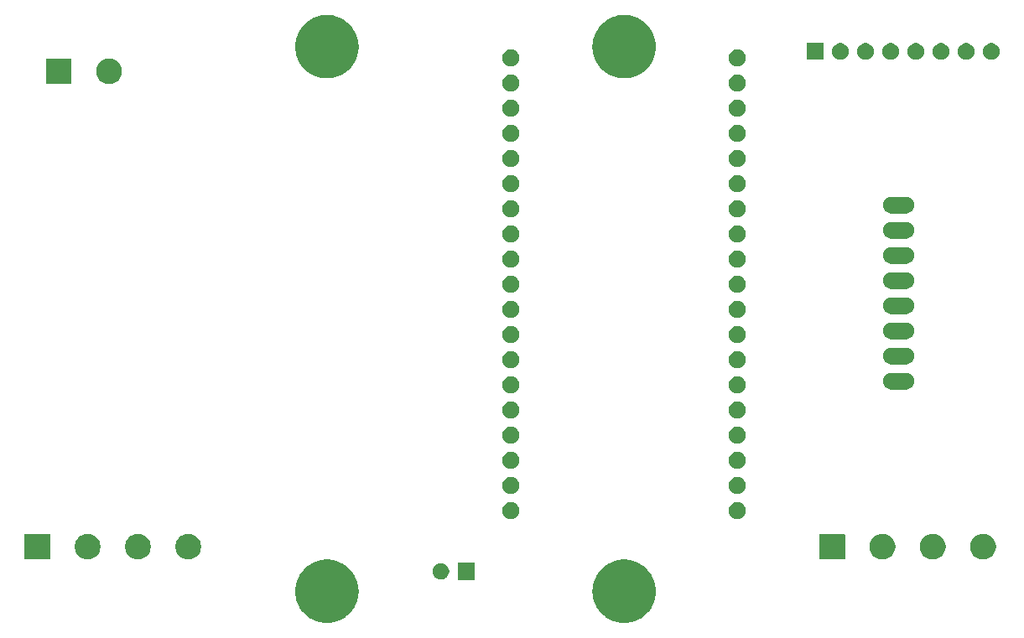
<source format=gbs>
G04 #@! TF.GenerationSoftware,KiCad,Pcbnew,9.0.4*
G04 #@! TF.CreationDate,2025-09-11T10:43:24+07:00*
G04 #@! TF.ProjectId,BreakoutBoard,42726561-6b6f-4757-9442-6f6172642e6b,rev?*
G04 #@! TF.SameCoordinates,Original*
G04 #@! TF.FileFunction,Soldermask,Bot*
G04 #@! TF.FilePolarity,Negative*
%FSLAX46Y46*%
G04 Gerber Fmt 4.6, Leading zero omitted, Abs format (unit mm)*
G04 Created by KiCad (PCBNEW 9.0.4) date 2025-09-11 10:43:24*
%MOMM*%
%LPD*%
G01*
G04 APERTURE LIST*
G04 APERTURE END LIST*
G36*
X129168254Y-101305034D02*
G01*
X129179425Y-101305034D01*
X129257008Y-101313775D01*
X129469527Y-101334707D01*
X129504477Y-101341658D01*
X129536020Y-101345213D01*
X129628748Y-101366377D01*
X129777521Y-101395970D01*
X129835630Y-101413597D01*
X129885874Y-101425065D01*
X129966903Y-101453418D01*
X130078017Y-101487124D01*
X130158482Y-101520454D01*
X130224587Y-101543585D01*
X130287694Y-101573976D01*
X130368152Y-101607303D01*
X130470533Y-101662026D01*
X130547900Y-101699285D01*
X130591547Y-101726710D01*
X130645087Y-101755328D01*
X130771194Y-101839590D01*
X130851748Y-101890205D01*
X130876565Y-101909996D01*
X130906192Y-101929792D01*
X131071284Y-102065279D01*
X131132309Y-102113945D01*
X131140205Y-102121841D01*
X131148938Y-102129008D01*
X131370991Y-102351061D01*
X131378157Y-102359793D01*
X131386055Y-102367691D01*
X131434726Y-102428723D01*
X131570207Y-102593807D01*
X131590001Y-102623431D01*
X131609795Y-102648252D01*
X131660415Y-102728813D01*
X131744671Y-102854912D01*
X131773286Y-102908447D01*
X131800715Y-102952100D01*
X131837977Y-103029475D01*
X131892696Y-103131847D01*
X131926019Y-103212296D01*
X131956415Y-103275413D01*
X131979549Y-103341527D01*
X132012875Y-103421982D01*
X132046576Y-103533081D01*
X132074935Y-103614126D01*
X132086404Y-103664378D01*
X132104029Y-103722478D01*
X132133616Y-103871224D01*
X132154787Y-103963980D01*
X132158342Y-103995531D01*
X132165292Y-104030472D01*
X132186222Y-104242975D01*
X132194966Y-104320575D01*
X132194966Y-104331745D01*
X132196073Y-104342985D01*
X132196073Y-104657014D01*
X132194966Y-104668253D01*
X132194966Y-104679425D01*
X132186221Y-104757031D01*
X132165292Y-104969527D01*
X132158342Y-105004465D01*
X132154787Y-105036020D01*
X132133614Y-105128782D01*
X132104029Y-105277521D01*
X132086405Y-105335617D01*
X132074935Y-105385874D01*
X132046574Y-105466925D01*
X132012875Y-105578017D01*
X131979551Y-105658466D01*
X131956415Y-105724587D01*
X131926016Y-105787709D01*
X131892696Y-105868152D01*
X131837982Y-105970514D01*
X131800715Y-106047900D01*
X131773282Y-106091558D01*
X131744671Y-106145087D01*
X131660425Y-106271169D01*
X131609795Y-106351748D01*
X131589997Y-106376573D01*
X131570207Y-106406192D01*
X131434755Y-106571241D01*
X131386055Y-106632309D01*
X131378153Y-106640210D01*
X131370991Y-106648938D01*
X131148938Y-106870991D01*
X131140210Y-106878153D01*
X131132309Y-106886055D01*
X131071241Y-106934755D01*
X130906192Y-107070207D01*
X130876573Y-107089997D01*
X130851748Y-107109795D01*
X130771169Y-107160425D01*
X130645087Y-107244671D01*
X130591558Y-107273282D01*
X130547900Y-107300715D01*
X130470514Y-107337982D01*
X130368152Y-107392696D01*
X130287709Y-107426016D01*
X130224587Y-107456415D01*
X130158466Y-107479551D01*
X130078017Y-107512875D01*
X129966925Y-107546574D01*
X129885874Y-107574935D01*
X129835617Y-107586405D01*
X129777521Y-107604029D01*
X129628782Y-107633614D01*
X129536020Y-107654787D01*
X129504465Y-107658342D01*
X129469527Y-107665292D01*
X129257031Y-107686221D01*
X129179425Y-107694966D01*
X129168253Y-107694966D01*
X129157014Y-107696073D01*
X128842986Y-107696073D01*
X128831747Y-107694966D01*
X128820575Y-107694966D01*
X128742971Y-107686222D01*
X128530472Y-107665292D01*
X128495531Y-107658342D01*
X128463980Y-107654787D01*
X128371224Y-107633616D01*
X128222478Y-107604029D01*
X128164378Y-107586404D01*
X128114126Y-107574935D01*
X128033081Y-107546576D01*
X127921982Y-107512875D01*
X127841527Y-107479549D01*
X127775413Y-107456415D01*
X127712296Y-107426019D01*
X127631847Y-107392696D01*
X127529475Y-107337977D01*
X127452100Y-107300715D01*
X127408447Y-107273286D01*
X127354912Y-107244671D01*
X127228813Y-107160415D01*
X127148252Y-107109795D01*
X127123431Y-107090001D01*
X127093807Y-107070207D01*
X126928723Y-106934726D01*
X126867691Y-106886055D01*
X126859793Y-106878157D01*
X126851061Y-106870991D01*
X126629008Y-106648938D01*
X126621841Y-106640205D01*
X126613945Y-106632309D01*
X126565279Y-106571284D01*
X126429792Y-106406192D01*
X126409996Y-106376565D01*
X126390205Y-106351748D01*
X126339590Y-106271194D01*
X126255328Y-106145087D01*
X126226710Y-106091547D01*
X126199285Y-106047900D01*
X126162026Y-105970533D01*
X126107303Y-105868152D01*
X126073976Y-105787694D01*
X126043585Y-105724587D01*
X126020454Y-105658482D01*
X125987124Y-105578017D01*
X125953418Y-105466903D01*
X125925065Y-105385874D01*
X125913597Y-105335630D01*
X125895970Y-105277521D01*
X125866377Y-105128748D01*
X125845213Y-105036020D01*
X125841658Y-105004477D01*
X125834707Y-104969527D01*
X125813775Y-104757008D01*
X125805034Y-104679425D01*
X125805034Y-104668253D01*
X125803927Y-104657014D01*
X125803927Y-104342985D01*
X125805034Y-104331745D01*
X125805034Y-104320575D01*
X125813774Y-104242998D01*
X125834707Y-104030472D01*
X125841659Y-103995520D01*
X125845213Y-103963980D01*
X125866376Y-103871258D01*
X125895970Y-103722478D01*
X125913598Y-103664365D01*
X125925065Y-103614126D01*
X125953416Y-103533102D01*
X125987124Y-103421982D01*
X126020456Y-103341511D01*
X126043585Y-103275413D01*
X126073973Y-103212311D01*
X126107303Y-103131847D01*
X126162031Y-103029456D01*
X126199285Y-102952100D01*
X126226707Y-102908457D01*
X126255328Y-102854912D01*
X126339600Y-102728788D01*
X126390205Y-102648252D01*
X126409992Y-102623439D01*
X126429792Y-102593807D01*
X126565307Y-102428680D01*
X126613945Y-102367691D01*
X126621836Y-102359799D01*
X126629008Y-102351061D01*
X126851061Y-102129008D01*
X126859799Y-102121836D01*
X126867691Y-102113945D01*
X126928680Y-102065307D01*
X127093807Y-101929792D01*
X127123439Y-101909992D01*
X127148252Y-101890205D01*
X127228788Y-101839600D01*
X127354912Y-101755328D01*
X127408457Y-101726707D01*
X127452100Y-101699285D01*
X127529456Y-101662031D01*
X127631847Y-101607303D01*
X127712311Y-101573973D01*
X127775413Y-101543585D01*
X127841511Y-101520456D01*
X127921982Y-101487124D01*
X128033102Y-101453416D01*
X128114126Y-101425065D01*
X128164365Y-101413598D01*
X128222478Y-101395970D01*
X128371258Y-101366376D01*
X128463980Y-101345213D01*
X128495520Y-101341659D01*
X128530472Y-101334707D01*
X128742993Y-101313775D01*
X128820575Y-101305034D01*
X128831746Y-101305034D01*
X128842986Y-101303927D01*
X129157014Y-101303927D01*
X129168254Y-101305034D01*
G37*
G36*
X159168254Y-101305034D02*
G01*
X159179425Y-101305034D01*
X159257008Y-101313775D01*
X159469527Y-101334707D01*
X159504477Y-101341658D01*
X159536020Y-101345213D01*
X159628748Y-101366377D01*
X159777521Y-101395970D01*
X159835630Y-101413597D01*
X159885874Y-101425065D01*
X159966903Y-101453418D01*
X160078017Y-101487124D01*
X160158482Y-101520454D01*
X160224587Y-101543585D01*
X160287694Y-101573976D01*
X160368152Y-101607303D01*
X160470533Y-101662026D01*
X160547900Y-101699285D01*
X160591547Y-101726710D01*
X160645087Y-101755328D01*
X160771194Y-101839590D01*
X160851748Y-101890205D01*
X160876565Y-101909996D01*
X160906192Y-101929792D01*
X161071284Y-102065279D01*
X161132309Y-102113945D01*
X161140205Y-102121841D01*
X161148938Y-102129008D01*
X161370991Y-102351061D01*
X161378157Y-102359793D01*
X161386055Y-102367691D01*
X161434726Y-102428723D01*
X161570207Y-102593807D01*
X161590001Y-102623431D01*
X161609795Y-102648252D01*
X161660415Y-102728813D01*
X161744671Y-102854912D01*
X161773286Y-102908447D01*
X161800715Y-102952100D01*
X161837977Y-103029475D01*
X161892696Y-103131847D01*
X161926019Y-103212296D01*
X161956415Y-103275413D01*
X161979549Y-103341527D01*
X162012875Y-103421982D01*
X162046576Y-103533081D01*
X162074935Y-103614126D01*
X162086404Y-103664378D01*
X162104029Y-103722478D01*
X162133616Y-103871224D01*
X162154787Y-103963980D01*
X162158342Y-103995531D01*
X162165292Y-104030472D01*
X162186222Y-104242975D01*
X162194966Y-104320575D01*
X162194966Y-104331745D01*
X162196073Y-104342985D01*
X162196073Y-104657014D01*
X162194966Y-104668253D01*
X162194966Y-104679425D01*
X162186221Y-104757031D01*
X162165292Y-104969527D01*
X162158342Y-105004465D01*
X162154787Y-105036020D01*
X162133614Y-105128782D01*
X162104029Y-105277521D01*
X162086405Y-105335617D01*
X162074935Y-105385874D01*
X162046574Y-105466925D01*
X162012875Y-105578017D01*
X161979551Y-105658466D01*
X161956415Y-105724587D01*
X161926016Y-105787709D01*
X161892696Y-105868152D01*
X161837982Y-105970514D01*
X161800715Y-106047900D01*
X161773282Y-106091558D01*
X161744671Y-106145087D01*
X161660425Y-106271169D01*
X161609795Y-106351748D01*
X161589997Y-106376573D01*
X161570207Y-106406192D01*
X161434755Y-106571241D01*
X161386055Y-106632309D01*
X161378153Y-106640210D01*
X161370991Y-106648938D01*
X161148938Y-106870991D01*
X161140210Y-106878153D01*
X161132309Y-106886055D01*
X161071241Y-106934755D01*
X160906192Y-107070207D01*
X160876573Y-107089997D01*
X160851748Y-107109795D01*
X160771169Y-107160425D01*
X160645087Y-107244671D01*
X160591558Y-107273282D01*
X160547900Y-107300715D01*
X160470514Y-107337982D01*
X160368152Y-107392696D01*
X160287709Y-107426016D01*
X160224587Y-107456415D01*
X160158466Y-107479551D01*
X160078017Y-107512875D01*
X159966925Y-107546574D01*
X159885874Y-107574935D01*
X159835617Y-107586405D01*
X159777521Y-107604029D01*
X159628782Y-107633614D01*
X159536020Y-107654787D01*
X159504465Y-107658342D01*
X159469527Y-107665292D01*
X159257031Y-107686221D01*
X159179425Y-107694966D01*
X159168253Y-107694966D01*
X159157014Y-107696073D01*
X158842986Y-107696073D01*
X158831747Y-107694966D01*
X158820575Y-107694966D01*
X158742971Y-107686222D01*
X158530472Y-107665292D01*
X158495531Y-107658342D01*
X158463980Y-107654787D01*
X158371224Y-107633616D01*
X158222478Y-107604029D01*
X158164378Y-107586404D01*
X158114126Y-107574935D01*
X158033081Y-107546576D01*
X157921982Y-107512875D01*
X157841527Y-107479549D01*
X157775413Y-107456415D01*
X157712296Y-107426019D01*
X157631847Y-107392696D01*
X157529475Y-107337977D01*
X157452100Y-107300715D01*
X157408447Y-107273286D01*
X157354912Y-107244671D01*
X157228813Y-107160415D01*
X157148252Y-107109795D01*
X157123431Y-107090001D01*
X157093807Y-107070207D01*
X156928723Y-106934726D01*
X156867691Y-106886055D01*
X156859793Y-106878157D01*
X156851061Y-106870991D01*
X156629008Y-106648938D01*
X156621841Y-106640205D01*
X156613945Y-106632309D01*
X156565279Y-106571284D01*
X156429792Y-106406192D01*
X156409996Y-106376565D01*
X156390205Y-106351748D01*
X156339590Y-106271194D01*
X156255328Y-106145087D01*
X156226710Y-106091547D01*
X156199285Y-106047900D01*
X156162026Y-105970533D01*
X156107303Y-105868152D01*
X156073976Y-105787694D01*
X156043585Y-105724587D01*
X156020454Y-105658482D01*
X155987124Y-105578017D01*
X155953418Y-105466903D01*
X155925065Y-105385874D01*
X155913597Y-105335630D01*
X155895970Y-105277521D01*
X155866377Y-105128748D01*
X155845213Y-105036020D01*
X155841658Y-105004477D01*
X155834707Y-104969527D01*
X155813775Y-104757008D01*
X155805034Y-104679425D01*
X155805034Y-104668253D01*
X155803927Y-104657014D01*
X155803927Y-104342985D01*
X155805034Y-104331745D01*
X155805034Y-104320575D01*
X155813774Y-104242998D01*
X155834707Y-104030472D01*
X155841659Y-103995520D01*
X155845213Y-103963980D01*
X155866376Y-103871258D01*
X155895970Y-103722478D01*
X155913598Y-103664365D01*
X155925065Y-103614126D01*
X155953416Y-103533102D01*
X155987124Y-103421982D01*
X156020456Y-103341511D01*
X156043585Y-103275413D01*
X156073973Y-103212311D01*
X156107303Y-103131847D01*
X156162031Y-103029456D01*
X156199285Y-102952100D01*
X156226707Y-102908457D01*
X156255328Y-102854912D01*
X156339600Y-102728788D01*
X156390205Y-102648252D01*
X156409992Y-102623439D01*
X156429792Y-102593807D01*
X156565307Y-102428680D01*
X156613945Y-102367691D01*
X156621836Y-102359799D01*
X156629008Y-102351061D01*
X156851061Y-102129008D01*
X156859799Y-102121836D01*
X156867691Y-102113945D01*
X156928680Y-102065307D01*
X157093807Y-101929792D01*
X157123439Y-101909992D01*
X157148252Y-101890205D01*
X157228788Y-101839600D01*
X157354912Y-101755328D01*
X157408457Y-101726707D01*
X157452100Y-101699285D01*
X157529456Y-101662031D01*
X157631847Y-101607303D01*
X157712311Y-101573973D01*
X157775413Y-101543585D01*
X157841511Y-101520456D01*
X157921982Y-101487124D01*
X158033102Y-101453416D01*
X158114126Y-101425065D01*
X158164365Y-101413598D01*
X158222478Y-101395970D01*
X158371258Y-101366376D01*
X158463980Y-101345213D01*
X158495520Y-101341659D01*
X158530472Y-101334707D01*
X158742993Y-101313775D01*
X158820575Y-101305034D01*
X158831746Y-101305034D01*
X158842986Y-101303927D01*
X159157014Y-101303927D01*
X159168254Y-101305034D01*
G37*
G36*
X143890000Y-103350000D02*
G01*
X142190000Y-103350000D01*
X142190000Y-101650000D01*
X143890000Y-101650000D01*
X143890000Y-103350000D01*
G37*
G36*
X140746742Y-101686601D02*
G01*
X140900687Y-101750367D01*
X141039234Y-101842941D01*
X141157059Y-101960766D01*
X141249633Y-102099313D01*
X141313399Y-102253258D01*
X141345907Y-102416685D01*
X141345907Y-102583315D01*
X141313399Y-102746742D01*
X141249633Y-102900687D01*
X141157059Y-103039234D01*
X141039234Y-103157059D01*
X140900687Y-103249633D01*
X140746742Y-103313399D01*
X140583315Y-103345907D01*
X140416685Y-103345907D01*
X140253258Y-103313399D01*
X140099313Y-103249633D01*
X139960766Y-103157059D01*
X139842941Y-103039234D01*
X139750367Y-102900687D01*
X139686601Y-102746742D01*
X139654093Y-102583315D01*
X139654093Y-102416685D01*
X139686601Y-102253258D01*
X139750367Y-102099313D01*
X139842941Y-101960766D01*
X139960766Y-101842941D01*
X140099313Y-101750367D01*
X140253258Y-101686601D01*
X140416685Y-101654093D01*
X140583315Y-101654093D01*
X140746742Y-101686601D01*
G37*
G36*
X100999034Y-98705764D02*
G01*
X101032125Y-98727875D01*
X101054236Y-98760966D01*
X101062000Y-98800000D01*
X101062000Y-101200000D01*
X101054236Y-101239034D01*
X101032125Y-101272125D01*
X100999034Y-101294236D01*
X100960000Y-101302000D01*
X98560000Y-101302000D01*
X98520966Y-101294236D01*
X98487875Y-101272125D01*
X98465764Y-101239034D01*
X98458000Y-101200000D01*
X98458000Y-98800000D01*
X98465764Y-98760966D01*
X98487875Y-98727875D01*
X98520966Y-98705764D01*
X98560000Y-98698000D01*
X100960000Y-98698000D01*
X100999034Y-98705764D01*
G37*
G36*
X181239034Y-98705764D02*
G01*
X181272125Y-98727875D01*
X181294236Y-98760966D01*
X181302000Y-98800000D01*
X181302000Y-101200000D01*
X181294236Y-101239034D01*
X181272125Y-101272125D01*
X181239034Y-101294236D01*
X181200000Y-101302000D01*
X178800000Y-101302000D01*
X178760966Y-101294236D01*
X178727875Y-101272125D01*
X178705764Y-101239034D01*
X178698000Y-101200000D01*
X178698000Y-98800000D01*
X178705764Y-98760966D01*
X178727875Y-98727875D01*
X178760966Y-98705764D01*
X178800000Y-98698000D01*
X181200000Y-98698000D01*
X181239034Y-98705764D01*
G37*
G36*
X105143946Y-98733974D02*
G01*
X105338254Y-98797109D01*
X105520293Y-98889863D01*
X105685581Y-99009951D01*
X105830049Y-99154419D01*
X105950137Y-99319707D01*
X106042891Y-99501746D01*
X106106026Y-99696054D01*
X106137986Y-99897846D01*
X106137986Y-100102154D01*
X106106026Y-100303946D01*
X106042891Y-100498254D01*
X105950137Y-100680293D01*
X105830049Y-100845581D01*
X105685581Y-100990049D01*
X105520293Y-101110137D01*
X105338254Y-101202891D01*
X105143946Y-101266026D01*
X104942154Y-101297986D01*
X104737846Y-101297986D01*
X104536054Y-101266026D01*
X104341746Y-101202891D01*
X104159707Y-101110137D01*
X103994419Y-100990049D01*
X103849951Y-100845581D01*
X103729863Y-100680293D01*
X103637109Y-100498254D01*
X103573974Y-100303946D01*
X103542014Y-100102154D01*
X103542014Y-99897846D01*
X103573974Y-99696054D01*
X103637109Y-99501746D01*
X103729863Y-99319707D01*
X103849951Y-99154419D01*
X103994419Y-99009951D01*
X104159707Y-98889863D01*
X104341746Y-98797109D01*
X104536054Y-98733974D01*
X104737846Y-98702014D01*
X104942154Y-98702014D01*
X105143946Y-98733974D01*
G37*
G36*
X110223946Y-98733974D02*
G01*
X110418254Y-98797109D01*
X110600293Y-98889863D01*
X110765581Y-99009951D01*
X110910049Y-99154419D01*
X111030137Y-99319707D01*
X111122891Y-99501746D01*
X111186026Y-99696054D01*
X111217986Y-99897846D01*
X111217986Y-100102154D01*
X111186026Y-100303946D01*
X111122891Y-100498254D01*
X111030137Y-100680293D01*
X110910049Y-100845581D01*
X110765581Y-100990049D01*
X110600293Y-101110137D01*
X110418254Y-101202891D01*
X110223946Y-101266026D01*
X110022154Y-101297986D01*
X109817846Y-101297986D01*
X109616054Y-101266026D01*
X109421746Y-101202891D01*
X109239707Y-101110137D01*
X109074419Y-100990049D01*
X108929951Y-100845581D01*
X108809863Y-100680293D01*
X108717109Y-100498254D01*
X108653974Y-100303946D01*
X108622014Y-100102154D01*
X108622014Y-99897846D01*
X108653974Y-99696054D01*
X108717109Y-99501746D01*
X108809863Y-99319707D01*
X108929951Y-99154419D01*
X109074419Y-99009951D01*
X109239707Y-98889863D01*
X109421746Y-98797109D01*
X109616054Y-98733974D01*
X109817846Y-98702014D01*
X110022154Y-98702014D01*
X110223946Y-98733974D01*
G37*
G36*
X115303946Y-98733974D02*
G01*
X115498254Y-98797109D01*
X115680293Y-98889863D01*
X115845581Y-99009951D01*
X115990049Y-99154419D01*
X116110137Y-99319707D01*
X116202891Y-99501746D01*
X116266026Y-99696054D01*
X116297986Y-99897846D01*
X116297986Y-100102154D01*
X116266026Y-100303946D01*
X116202891Y-100498254D01*
X116110137Y-100680293D01*
X115990049Y-100845581D01*
X115845581Y-100990049D01*
X115680293Y-101110137D01*
X115498254Y-101202891D01*
X115303946Y-101266026D01*
X115102154Y-101297986D01*
X114897846Y-101297986D01*
X114696054Y-101266026D01*
X114501746Y-101202891D01*
X114319707Y-101110137D01*
X114154419Y-100990049D01*
X114009951Y-100845581D01*
X113889863Y-100680293D01*
X113797109Y-100498254D01*
X113733974Y-100303946D01*
X113702014Y-100102154D01*
X113702014Y-99897846D01*
X113733974Y-99696054D01*
X113797109Y-99501746D01*
X113889863Y-99319707D01*
X114009951Y-99154419D01*
X114154419Y-99009951D01*
X114319707Y-98889863D01*
X114501746Y-98797109D01*
X114696054Y-98733974D01*
X114897846Y-98702014D01*
X115102154Y-98702014D01*
X115303946Y-98733974D01*
G37*
G36*
X185383946Y-98733974D02*
G01*
X185578254Y-98797109D01*
X185760293Y-98889863D01*
X185925581Y-99009951D01*
X186070049Y-99154419D01*
X186190137Y-99319707D01*
X186282891Y-99501746D01*
X186346026Y-99696054D01*
X186377986Y-99897846D01*
X186377986Y-100102154D01*
X186346026Y-100303946D01*
X186282891Y-100498254D01*
X186190137Y-100680293D01*
X186070049Y-100845581D01*
X185925581Y-100990049D01*
X185760293Y-101110137D01*
X185578254Y-101202891D01*
X185383946Y-101266026D01*
X185182154Y-101297986D01*
X184977846Y-101297986D01*
X184776054Y-101266026D01*
X184581746Y-101202891D01*
X184399707Y-101110137D01*
X184234419Y-100990049D01*
X184089951Y-100845581D01*
X183969863Y-100680293D01*
X183877109Y-100498254D01*
X183813974Y-100303946D01*
X183782014Y-100102154D01*
X183782014Y-99897846D01*
X183813974Y-99696054D01*
X183877109Y-99501746D01*
X183969863Y-99319707D01*
X184089951Y-99154419D01*
X184234419Y-99009951D01*
X184399707Y-98889863D01*
X184581746Y-98797109D01*
X184776054Y-98733974D01*
X184977846Y-98702014D01*
X185182154Y-98702014D01*
X185383946Y-98733974D01*
G37*
G36*
X190463946Y-98733974D02*
G01*
X190658254Y-98797109D01*
X190840293Y-98889863D01*
X191005581Y-99009951D01*
X191150049Y-99154419D01*
X191270137Y-99319707D01*
X191362891Y-99501746D01*
X191426026Y-99696054D01*
X191457986Y-99897846D01*
X191457986Y-100102154D01*
X191426026Y-100303946D01*
X191362891Y-100498254D01*
X191270137Y-100680293D01*
X191150049Y-100845581D01*
X191005581Y-100990049D01*
X190840293Y-101110137D01*
X190658254Y-101202891D01*
X190463946Y-101266026D01*
X190262154Y-101297986D01*
X190057846Y-101297986D01*
X189856054Y-101266026D01*
X189661746Y-101202891D01*
X189479707Y-101110137D01*
X189314419Y-100990049D01*
X189169951Y-100845581D01*
X189049863Y-100680293D01*
X188957109Y-100498254D01*
X188893974Y-100303946D01*
X188862014Y-100102154D01*
X188862014Y-99897846D01*
X188893974Y-99696054D01*
X188957109Y-99501746D01*
X189049863Y-99319707D01*
X189169951Y-99154419D01*
X189314419Y-99009951D01*
X189479707Y-98889863D01*
X189661746Y-98797109D01*
X189856054Y-98733974D01*
X190057846Y-98702014D01*
X190262154Y-98702014D01*
X190463946Y-98733974D01*
G37*
G36*
X195543946Y-98733974D02*
G01*
X195738254Y-98797109D01*
X195920293Y-98889863D01*
X196085581Y-99009951D01*
X196230049Y-99154419D01*
X196350137Y-99319707D01*
X196442891Y-99501746D01*
X196506026Y-99696054D01*
X196537986Y-99897846D01*
X196537986Y-100102154D01*
X196506026Y-100303946D01*
X196442891Y-100498254D01*
X196350137Y-100680293D01*
X196230049Y-100845581D01*
X196085581Y-100990049D01*
X195920293Y-101110137D01*
X195738254Y-101202891D01*
X195543946Y-101266026D01*
X195342154Y-101297986D01*
X195137846Y-101297986D01*
X194936054Y-101266026D01*
X194741746Y-101202891D01*
X194559707Y-101110137D01*
X194394419Y-100990049D01*
X194249951Y-100845581D01*
X194129863Y-100680293D01*
X194037109Y-100498254D01*
X193973974Y-100303946D01*
X193942014Y-100102154D01*
X193942014Y-99897846D01*
X193973974Y-99696054D01*
X194037109Y-99501746D01*
X194129863Y-99319707D01*
X194249951Y-99154419D01*
X194394419Y-99009951D01*
X194559707Y-98889863D01*
X194741746Y-98797109D01*
X194936054Y-98733974D01*
X195137846Y-98702014D01*
X195342154Y-98702014D01*
X195543946Y-98733974D01*
G37*
G36*
X147820806Y-95533204D02*
G01*
X147977287Y-95598020D01*
X148118116Y-95692119D01*
X148237881Y-95811884D01*
X148331980Y-95952713D01*
X148396796Y-96109194D01*
X148429840Y-96275313D01*
X148429840Y-96444687D01*
X148396796Y-96610806D01*
X148331980Y-96767287D01*
X148237881Y-96908116D01*
X148118116Y-97027881D01*
X147977287Y-97121980D01*
X147820806Y-97186796D01*
X147654687Y-97219840D01*
X147485313Y-97219840D01*
X147319194Y-97186796D01*
X147162713Y-97121980D01*
X147021884Y-97027881D01*
X146902119Y-96908116D01*
X146808020Y-96767287D01*
X146743204Y-96610806D01*
X146710160Y-96444687D01*
X146710160Y-96275313D01*
X146743204Y-96109194D01*
X146808020Y-95952713D01*
X146902119Y-95811884D01*
X147021884Y-95692119D01*
X147162713Y-95598020D01*
X147319194Y-95533204D01*
X147485313Y-95500160D01*
X147654687Y-95500160D01*
X147820806Y-95533204D01*
G37*
G36*
X170680806Y-95533204D02*
G01*
X170837287Y-95598020D01*
X170978116Y-95692119D01*
X171097881Y-95811884D01*
X171191980Y-95952713D01*
X171256796Y-96109194D01*
X171289840Y-96275313D01*
X171289840Y-96444687D01*
X171256796Y-96610806D01*
X171191980Y-96767287D01*
X171097881Y-96908116D01*
X170978116Y-97027881D01*
X170837287Y-97121980D01*
X170680806Y-97186796D01*
X170514687Y-97219840D01*
X170345313Y-97219840D01*
X170179194Y-97186796D01*
X170022713Y-97121980D01*
X169881884Y-97027881D01*
X169762119Y-96908116D01*
X169668020Y-96767287D01*
X169603204Y-96610806D01*
X169570160Y-96444687D01*
X169570160Y-96275313D01*
X169603204Y-96109194D01*
X169668020Y-95952713D01*
X169762119Y-95811884D01*
X169881884Y-95692119D01*
X170022713Y-95598020D01*
X170179194Y-95533204D01*
X170345313Y-95500160D01*
X170514687Y-95500160D01*
X170680806Y-95533204D01*
G37*
G36*
X147820806Y-92993204D02*
G01*
X147977287Y-93058020D01*
X148118116Y-93152119D01*
X148237881Y-93271884D01*
X148331980Y-93412713D01*
X148396796Y-93569194D01*
X148429840Y-93735313D01*
X148429840Y-93904687D01*
X148396796Y-94070806D01*
X148331980Y-94227287D01*
X148237881Y-94368116D01*
X148118116Y-94487881D01*
X147977287Y-94581980D01*
X147820806Y-94646796D01*
X147654687Y-94679840D01*
X147485313Y-94679840D01*
X147319194Y-94646796D01*
X147162713Y-94581980D01*
X147021884Y-94487881D01*
X146902119Y-94368116D01*
X146808020Y-94227287D01*
X146743204Y-94070806D01*
X146710160Y-93904687D01*
X146710160Y-93735313D01*
X146743204Y-93569194D01*
X146808020Y-93412713D01*
X146902119Y-93271884D01*
X147021884Y-93152119D01*
X147162713Y-93058020D01*
X147319194Y-92993204D01*
X147485313Y-92960160D01*
X147654687Y-92960160D01*
X147820806Y-92993204D01*
G37*
G36*
X170680806Y-92993204D02*
G01*
X170837287Y-93058020D01*
X170978116Y-93152119D01*
X171097881Y-93271884D01*
X171191980Y-93412713D01*
X171256796Y-93569194D01*
X171289840Y-93735313D01*
X171289840Y-93904687D01*
X171256796Y-94070806D01*
X171191980Y-94227287D01*
X171097881Y-94368116D01*
X170978116Y-94487881D01*
X170837287Y-94581980D01*
X170680806Y-94646796D01*
X170514687Y-94679840D01*
X170345313Y-94679840D01*
X170179194Y-94646796D01*
X170022713Y-94581980D01*
X169881884Y-94487881D01*
X169762119Y-94368116D01*
X169668020Y-94227287D01*
X169603204Y-94070806D01*
X169570160Y-93904687D01*
X169570160Y-93735313D01*
X169603204Y-93569194D01*
X169668020Y-93412713D01*
X169762119Y-93271884D01*
X169881884Y-93152119D01*
X170022713Y-93058020D01*
X170179194Y-92993204D01*
X170345313Y-92960160D01*
X170514687Y-92960160D01*
X170680806Y-92993204D01*
G37*
G36*
X147820806Y-90453204D02*
G01*
X147977287Y-90518020D01*
X148118116Y-90612119D01*
X148237881Y-90731884D01*
X148331980Y-90872713D01*
X148396796Y-91029194D01*
X148429840Y-91195313D01*
X148429840Y-91364687D01*
X148396796Y-91530806D01*
X148331980Y-91687287D01*
X148237881Y-91828116D01*
X148118116Y-91947881D01*
X147977287Y-92041980D01*
X147820806Y-92106796D01*
X147654687Y-92139840D01*
X147485313Y-92139840D01*
X147319194Y-92106796D01*
X147162713Y-92041980D01*
X147021884Y-91947881D01*
X146902119Y-91828116D01*
X146808020Y-91687287D01*
X146743204Y-91530806D01*
X146710160Y-91364687D01*
X146710160Y-91195313D01*
X146743204Y-91029194D01*
X146808020Y-90872713D01*
X146902119Y-90731884D01*
X147021884Y-90612119D01*
X147162713Y-90518020D01*
X147319194Y-90453204D01*
X147485313Y-90420160D01*
X147654687Y-90420160D01*
X147820806Y-90453204D01*
G37*
G36*
X170680806Y-90453204D02*
G01*
X170837287Y-90518020D01*
X170978116Y-90612119D01*
X171097881Y-90731884D01*
X171191980Y-90872713D01*
X171256796Y-91029194D01*
X171289840Y-91195313D01*
X171289840Y-91364687D01*
X171256796Y-91530806D01*
X171191980Y-91687287D01*
X171097881Y-91828116D01*
X170978116Y-91947881D01*
X170837287Y-92041980D01*
X170680806Y-92106796D01*
X170514687Y-92139840D01*
X170345313Y-92139840D01*
X170179194Y-92106796D01*
X170022713Y-92041980D01*
X169881884Y-91947881D01*
X169762119Y-91828116D01*
X169668020Y-91687287D01*
X169603204Y-91530806D01*
X169570160Y-91364687D01*
X169570160Y-91195313D01*
X169603204Y-91029194D01*
X169668020Y-90872713D01*
X169762119Y-90731884D01*
X169881884Y-90612119D01*
X170022713Y-90518020D01*
X170179194Y-90453204D01*
X170345313Y-90420160D01*
X170514687Y-90420160D01*
X170680806Y-90453204D01*
G37*
G36*
X147820806Y-87913204D02*
G01*
X147977287Y-87978020D01*
X148118116Y-88072119D01*
X148237881Y-88191884D01*
X148331980Y-88332713D01*
X148396796Y-88489194D01*
X148429840Y-88655313D01*
X148429840Y-88824687D01*
X148396796Y-88990806D01*
X148331980Y-89147287D01*
X148237881Y-89288116D01*
X148118116Y-89407881D01*
X147977287Y-89501980D01*
X147820806Y-89566796D01*
X147654687Y-89599840D01*
X147485313Y-89599840D01*
X147319194Y-89566796D01*
X147162713Y-89501980D01*
X147021884Y-89407881D01*
X146902119Y-89288116D01*
X146808020Y-89147287D01*
X146743204Y-88990806D01*
X146710160Y-88824687D01*
X146710160Y-88655313D01*
X146743204Y-88489194D01*
X146808020Y-88332713D01*
X146902119Y-88191884D01*
X147021884Y-88072119D01*
X147162713Y-87978020D01*
X147319194Y-87913204D01*
X147485313Y-87880160D01*
X147654687Y-87880160D01*
X147820806Y-87913204D01*
G37*
G36*
X170680806Y-87913204D02*
G01*
X170837287Y-87978020D01*
X170978116Y-88072119D01*
X171097881Y-88191884D01*
X171191980Y-88332713D01*
X171256796Y-88489194D01*
X171289840Y-88655313D01*
X171289840Y-88824687D01*
X171256796Y-88990806D01*
X171191980Y-89147287D01*
X171097881Y-89288116D01*
X170978116Y-89407881D01*
X170837287Y-89501980D01*
X170680806Y-89566796D01*
X170514687Y-89599840D01*
X170345313Y-89599840D01*
X170179194Y-89566796D01*
X170022713Y-89501980D01*
X169881884Y-89407881D01*
X169762119Y-89288116D01*
X169668020Y-89147287D01*
X169603204Y-88990806D01*
X169570160Y-88824687D01*
X169570160Y-88655313D01*
X169603204Y-88489194D01*
X169668020Y-88332713D01*
X169762119Y-88191884D01*
X169881884Y-88072119D01*
X170022713Y-87978020D01*
X170179194Y-87913204D01*
X170345313Y-87880160D01*
X170514687Y-87880160D01*
X170680806Y-87913204D01*
G37*
G36*
X147820806Y-85373204D02*
G01*
X147977287Y-85438020D01*
X148118116Y-85532119D01*
X148237881Y-85651884D01*
X148331980Y-85792713D01*
X148396796Y-85949194D01*
X148429840Y-86115313D01*
X148429840Y-86284687D01*
X148396796Y-86450806D01*
X148331980Y-86607287D01*
X148237881Y-86748116D01*
X148118116Y-86867881D01*
X147977287Y-86961980D01*
X147820806Y-87026796D01*
X147654687Y-87059840D01*
X147485313Y-87059840D01*
X147319194Y-87026796D01*
X147162713Y-86961980D01*
X147021884Y-86867881D01*
X146902119Y-86748116D01*
X146808020Y-86607287D01*
X146743204Y-86450806D01*
X146710160Y-86284687D01*
X146710160Y-86115313D01*
X146743204Y-85949194D01*
X146808020Y-85792713D01*
X146902119Y-85651884D01*
X147021884Y-85532119D01*
X147162713Y-85438020D01*
X147319194Y-85373204D01*
X147485313Y-85340160D01*
X147654687Y-85340160D01*
X147820806Y-85373204D01*
G37*
G36*
X170680806Y-85373204D02*
G01*
X170837287Y-85438020D01*
X170978116Y-85532119D01*
X171097881Y-85651884D01*
X171191980Y-85792713D01*
X171256796Y-85949194D01*
X171289840Y-86115313D01*
X171289840Y-86284687D01*
X171256796Y-86450806D01*
X171191980Y-86607287D01*
X171097881Y-86748116D01*
X170978116Y-86867881D01*
X170837287Y-86961980D01*
X170680806Y-87026796D01*
X170514687Y-87059840D01*
X170345313Y-87059840D01*
X170179194Y-87026796D01*
X170022713Y-86961980D01*
X169881884Y-86867881D01*
X169762119Y-86748116D01*
X169668020Y-86607287D01*
X169603204Y-86450806D01*
X169570160Y-86284687D01*
X169570160Y-86115313D01*
X169603204Y-85949194D01*
X169668020Y-85792713D01*
X169762119Y-85651884D01*
X169881884Y-85532119D01*
X170022713Y-85438020D01*
X170179194Y-85373204D01*
X170345313Y-85340160D01*
X170514687Y-85340160D01*
X170680806Y-85373204D01*
G37*
G36*
X147820806Y-82833204D02*
G01*
X147977287Y-82898020D01*
X148118116Y-82992119D01*
X148237881Y-83111884D01*
X148331980Y-83252713D01*
X148396796Y-83409194D01*
X148429840Y-83575313D01*
X148429840Y-83744687D01*
X148396796Y-83910806D01*
X148331980Y-84067287D01*
X148237881Y-84208116D01*
X148118116Y-84327881D01*
X147977287Y-84421980D01*
X147820806Y-84486796D01*
X147654687Y-84519840D01*
X147485313Y-84519840D01*
X147319194Y-84486796D01*
X147162713Y-84421980D01*
X147021884Y-84327881D01*
X146902119Y-84208116D01*
X146808020Y-84067287D01*
X146743204Y-83910806D01*
X146710160Y-83744687D01*
X146710160Y-83575313D01*
X146743204Y-83409194D01*
X146808020Y-83252713D01*
X146902119Y-83111884D01*
X147021884Y-82992119D01*
X147162713Y-82898020D01*
X147319194Y-82833204D01*
X147485313Y-82800160D01*
X147654687Y-82800160D01*
X147820806Y-82833204D01*
G37*
G36*
X170680806Y-82833204D02*
G01*
X170837287Y-82898020D01*
X170978116Y-82992119D01*
X171097881Y-83111884D01*
X171191980Y-83252713D01*
X171256796Y-83409194D01*
X171289840Y-83575313D01*
X171289840Y-83744687D01*
X171256796Y-83910806D01*
X171191980Y-84067287D01*
X171097881Y-84208116D01*
X170978116Y-84327881D01*
X170837287Y-84421980D01*
X170680806Y-84486796D01*
X170514687Y-84519840D01*
X170345313Y-84519840D01*
X170179194Y-84486796D01*
X170022713Y-84421980D01*
X169881884Y-84327881D01*
X169762119Y-84208116D01*
X169668020Y-84067287D01*
X169603204Y-83910806D01*
X169570160Y-83744687D01*
X169570160Y-83575313D01*
X169603204Y-83409194D01*
X169668020Y-83252713D01*
X169762119Y-83111884D01*
X169881884Y-82992119D01*
X170022713Y-82898020D01*
X170179194Y-82833204D01*
X170345313Y-82800160D01*
X170514687Y-82800160D01*
X170680806Y-82833204D01*
G37*
G36*
X187551911Y-82439703D02*
G01*
X187715723Y-82472287D01*
X187870030Y-82536203D01*
X188008903Y-82628995D01*
X188127005Y-82747097D01*
X188219797Y-82885970D01*
X188283713Y-83040277D01*
X188316297Y-83204089D01*
X188316297Y-83371111D01*
X188283713Y-83534923D01*
X188219797Y-83689230D01*
X188127005Y-83828103D01*
X188008903Y-83946205D01*
X187870030Y-84038997D01*
X187715723Y-84102913D01*
X187551911Y-84135497D01*
X187468400Y-84139600D01*
X187466921Y-84139600D01*
X185969879Y-84139600D01*
X185968400Y-84139600D01*
X185884889Y-84135497D01*
X185721077Y-84102913D01*
X185566770Y-84038997D01*
X185427897Y-83946205D01*
X185309795Y-83828103D01*
X185217003Y-83689230D01*
X185153087Y-83534923D01*
X185120503Y-83371111D01*
X185120503Y-83204089D01*
X185153087Y-83040277D01*
X185217003Y-82885970D01*
X185309795Y-82747097D01*
X185427897Y-82628995D01*
X185566770Y-82536203D01*
X185721077Y-82472287D01*
X185884889Y-82439703D01*
X185968400Y-82435600D01*
X187468400Y-82435600D01*
X187551911Y-82439703D01*
G37*
G36*
X147820806Y-80293204D02*
G01*
X147977287Y-80358020D01*
X148118116Y-80452119D01*
X148237881Y-80571884D01*
X148331980Y-80712713D01*
X148396796Y-80869194D01*
X148429840Y-81035313D01*
X148429840Y-81204687D01*
X148396796Y-81370806D01*
X148331980Y-81527287D01*
X148237881Y-81668116D01*
X148118116Y-81787881D01*
X147977287Y-81881980D01*
X147820806Y-81946796D01*
X147654687Y-81979840D01*
X147485313Y-81979840D01*
X147319194Y-81946796D01*
X147162713Y-81881980D01*
X147021884Y-81787881D01*
X146902119Y-81668116D01*
X146808020Y-81527287D01*
X146743204Y-81370806D01*
X146710160Y-81204687D01*
X146710160Y-81035313D01*
X146743204Y-80869194D01*
X146808020Y-80712713D01*
X146902119Y-80571884D01*
X147021884Y-80452119D01*
X147162713Y-80358020D01*
X147319194Y-80293204D01*
X147485313Y-80260160D01*
X147654687Y-80260160D01*
X147820806Y-80293204D01*
G37*
G36*
X170680806Y-80293204D02*
G01*
X170837287Y-80358020D01*
X170978116Y-80452119D01*
X171097881Y-80571884D01*
X171191980Y-80712713D01*
X171256796Y-80869194D01*
X171289840Y-81035313D01*
X171289840Y-81204687D01*
X171256796Y-81370806D01*
X171191980Y-81527287D01*
X171097881Y-81668116D01*
X170978116Y-81787881D01*
X170837287Y-81881980D01*
X170680806Y-81946796D01*
X170514687Y-81979840D01*
X170345313Y-81979840D01*
X170179194Y-81946796D01*
X170022713Y-81881980D01*
X169881884Y-81787881D01*
X169762119Y-81668116D01*
X169668020Y-81527287D01*
X169603204Y-81370806D01*
X169570160Y-81204687D01*
X169570160Y-81035313D01*
X169603204Y-80869194D01*
X169668020Y-80712713D01*
X169762119Y-80571884D01*
X169881884Y-80452119D01*
X170022713Y-80358020D01*
X170179194Y-80293204D01*
X170345313Y-80260160D01*
X170514687Y-80260160D01*
X170680806Y-80293204D01*
G37*
G36*
X187551911Y-79899703D02*
G01*
X187715723Y-79932287D01*
X187870030Y-79996203D01*
X188008903Y-80088995D01*
X188127005Y-80207097D01*
X188219797Y-80345970D01*
X188283713Y-80500277D01*
X188316297Y-80664089D01*
X188316297Y-80831111D01*
X188283713Y-80994923D01*
X188219797Y-81149230D01*
X188127005Y-81288103D01*
X188008903Y-81406205D01*
X187870030Y-81498997D01*
X187715723Y-81562913D01*
X187551911Y-81595497D01*
X187468400Y-81599600D01*
X187466921Y-81599600D01*
X185969879Y-81599600D01*
X185968400Y-81599600D01*
X185884889Y-81595497D01*
X185721077Y-81562913D01*
X185566770Y-81498997D01*
X185427897Y-81406205D01*
X185309795Y-81288103D01*
X185217003Y-81149230D01*
X185153087Y-80994923D01*
X185120503Y-80831111D01*
X185120503Y-80664089D01*
X185153087Y-80500277D01*
X185217003Y-80345970D01*
X185309795Y-80207097D01*
X185427897Y-80088995D01*
X185566770Y-79996203D01*
X185721077Y-79932287D01*
X185884889Y-79899703D01*
X185968400Y-79895600D01*
X187468400Y-79895600D01*
X187551911Y-79899703D01*
G37*
G36*
X147820806Y-77753204D02*
G01*
X147977287Y-77818020D01*
X148118116Y-77912119D01*
X148237881Y-78031884D01*
X148331980Y-78172713D01*
X148396796Y-78329194D01*
X148429840Y-78495313D01*
X148429840Y-78664687D01*
X148396796Y-78830806D01*
X148331980Y-78987287D01*
X148237881Y-79128116D01*
X148118116Y-79247881D01*
X147977287Y-79341980D01*
X147820806Y-79406796D01*
X147654687Y-79439840D01*
X147485313Y-79439840D01*
X147319194Y-79406796D01*
X147162713Y-79341980D01*
X147021884Y-79247881D01*
X146902119Y-79128116D01*
X146808020Y-78987287D01*
X146743204Y-78830806D01*
X146710160Y-78664687D01*
X146710160Y-78495313D01*
X146743204Y-78329194D01*
X146808020Y-78172713D01*
X146902119Y-78031884D01*
X147021884Y-77912119D01*
X147162713Y-77818020D01*
X147319194Y-77753204D01*
X147485313Y-77720160D01*
X147654687Y-77720160D01*
X147820806Y-77753204D01*
G37*
G36*
X170680806Y-77753204D02*
G01*
X170837287Y-77818020D01*
X170978116Y-77912119D01*
X171097881Y-78031884D01*
X171191980Y-78172713D01*
X171256796Y-78329194D01*
X171289840Y-78495313D01*
X171289840Y-78664687D01*
X171256796Y-78830806D01*
X171191980Y-78987287D01*
X171097881Y-79128116D01*
X170978116Y-79247881D01*
X170837287Y-79341980D01*
X170680806Y-79406796D01*
X170514687Y-79439840D01*
X170345313Y-79439840D01*
X170179194Y-79406796D01*
X170022713Y-79341980D01*
X169881884Y-79247881D01*
X169762119Y-79128116D01*
X169668020Y-78987287D01*
X169603204Y-78830806D01*
X169570160Y-78664687D01*
X169570160Y-78495313D01*
X169603204Y-78329194D01*
X169668020Y-78172713D01*
X169762119Y-78031884D01*
X169881884Y-77912119D01*
X170022713Y-77818020D01*
X170179194Y-77753204D01*
X170345313Y-77720160D01*
X170514687Y-77720160D01*
X170680806Y-77753204D01*
G37*
G36*
X187551911Y-77359703D02*
G01*
X187715723Y-77392287D01*
X187870030Y-77456203D01*
X188008903Y-77548995D01*
X188127005Y-77667097D01*
X188219797Y-77805970D01*
X188283713Y-77960277D01*
X188316297Y-78124089D01*
X188316297Y-78291111D01*
X188283713Y-78454923D01*
X188219797Y-78609230D01*
X188127005Y-78748103D01*
X188008903Y-78866205D01*
X187870030Y-78958997D01*
X187715723Y-79022913D01*
X187551911Y-79055497D01*
X187468400Y-79059600D01*
X187466921Y-79059600D01*
X185969879Y-79059600D01*
X185968400Y-79059600D01*
X185884889Y-79055497D01*
X185721077Y-79022913D01*
X185566770Y-78958997D01*
X185427897Y-78866205D01*
X185309795Y-78748103D01*
X185217003Y-78609230D01*
X185153087Y-78454923D01*
X185120503Y-78291111D01*
X185120503Y-78124089D01*
X185153087Y-77960277D01*
X185217003Y-77805970D01*
X185309795Y-77667097D01*
X185427897Y-77548995D01*
X185566770Y-77456203D01*
X185721077Y-77392287D01*
X185884889Y-77359703D01*
X185968400Y-77355600D01*
X187468400Y-77355600D01*
X187551911Y-77359703D01*
G37*
G36*
X147820806Y-75213204D02*
G01*
X147977287Y-75278020D01*
X148118116Y-75372119D01*
X148237881Y-75491884D01*
X148331980Y-75632713D01*
X148396796Y-75789194D01*
X148429840Y-75955313D01*
X148429840Y-76124687D01*
X148396796Y-76290806D01*
X148331980Y-76447287D01*
X148237881Y-76588116D01*
X148118116Y-76707881D01*
X147977287Y-76801980D01*
X147820806Y-76866796D01*
X147654687Y-76899840D01*
X147485313Y-76899840D01*
X147319194Y-76866796D01*
X147162713Y-76801980D01*
X147021884Y-76707881D01*
X146902119Y-76588116D01*
X146808020Y-76447287D01*
X146743204Y-76290806D01*
X146710160Y-76124687D01*
X146710160Y-75955313D01*
X146743204Y-75789194D01*
X146808020Y-75632713D01*
X146902119Y-75491884D01*
X147021884Y-75372119D01*
X147162713Y-75278020D01*
X147319194Y-75213204D01*
X147485313Y-75180160D01*
X147654687Y-75180160D01*
X147820806Y-75213204D01*
G37*
G36*
X170680806Y-75213204D02*
G01*
X170837287Y-75278020D01*
X170978116Y-75372119D01*
X171097881Y-75491884D01*
X171191980Y-75632713D01*
X171256796Y-75789194D01*
X171289840Y-75955313D01*
X171289840Y-76124687D01*
X171256796Y-76290806D01*
X171191980Y-76447287D01*
X171097881Y-76588116D01*
X170978116Y-76707881D01*
X170837287Y-76801980D01*
X170680806Y-76866796D01*
X170514687Y-76899840D01*
X170345313Y-76899840D01*
X170179194Y-76866796D01*
X170022713Y-76801980D01*
X169881884Y-76707881D01*
X169762119Y-76588116D01*
X169668020Y-76447287D01*
X169603204Y-76290806D01*
X169570160Y-76124687D01*
X169570160Y-75955313D01*
X169603204Y-75789194D01*
X169668020Y-75632713D01*
X169762119Y-75491884D01*
X169881884Y-75372119D01*
X170022713Y-75278020D01*
X170179194Y-75213204D01*
X170345313Y-75180160D01*
X170514687Y-75180160D01*
X170680806Y-75213204D01*
G37*
G36*
X187551911Y-74819703D02*
G01*
X187715723Y-74852287D01*
X187870030Y-74916203D01*
X188008903Y-75008995D01*
X188127005Y-75127097D01*
X188219797Y-75265970D01*
X188283713Y-75420277D01*
X188316297Y-75584089D01*
X188316297Y-75751111D01*
X188283713Y-75914923D01*
X188219797Y-76069230D01*
X188127005Y-76208103D01*
X188008903Y-76326205D01*
X187870030Y-76418997D01*
X187715723Y-76482913D01*
X187551911Y-76515497D01*
X187468400Y-76519600D01*
X187466921Y-76519600D01*
X185969879Y-76519600D01*
X185968400Y-76519600D01*
X185884889Y-76515497D01*
X185721077Y-76482913D01*
X185566770Y-76418997D01*
X185427897Y-76326205D01*
X185309795Y-76208103D01*
X185217003Y-76069230D01*
X185153087Y-75914923D01*
X185120503Y-75751111D01*
X185120503Y-75584089D01*
X185153087Y-75420277D01*
X185217003Y-75265970D01*
X185309795Y-75127097D01*
X185427897Y-75008995D01*
X185566770Y-74916203D01*
X185721077Y-74852287D01*
X185884889Y-74819703D01*
X185968400Y-74815600D01*
X187468400Y-74815600D01*
X187551911Y-74819703D01*
G37*
G36*
X147820806Y-72673204D02*
G01*
X147977287Y-72738020D01*
X148118116Y-72832119D01*
X148237881Y-72951884D01*
X148331980Y-73092713D01*
X148396796Y-73249194D01*
X148429840Y-73415313D01*
X148429840Y-73584687D01*
X148396796Y-73750806D01*
X148331980Y-73907287D01*
X148237881Y-74048116D01*
X148118116Y-74167881D01*
X147977287Y-74261980D01*
X147820806Y-74326796D01*
X147654687Y-74359840D01*
X147485313Y-74359840D01*
X147319194Y-74326796D01*
X147162713Y-74261980D01*
X147021884Y-74167881D01*
X146902119Y-74048116D01*
X146808020Y-73907287D01*
X146743204Y-73750806D01*
X146710160Y-73584687D01*
X146710160Y-73415313D01*
X146743204Y-73249194D01*
X146808020Y-73092713D01*
X146902119Y-72951884D01*
X147021884Y-72832119D01*
X147162713Y-72738020D01*
X147319194Y-72673204D01*
X147485313Y-72640160D01*
X147654687Y-72640160D01*
X147820806Y-72673204D01*
G37*
G36*
X170680806Y-72673204D02*
G01*
X170837287Y-72738020D01*
X170978116Y-72832119D01*
X171097881Y-72951884D01*
X171191980Y-73092713D01*
X171256796Y-73249194D01*
X171289840Y-73415313D01*
X171289840Y-73584687D01*
X171256796Y-73750806D01*
X171191980Y-73907287D01*
X171097881Y-74048116D01*
X170978116Y-74167881D01*
X170837287Y-74261980D01*
X170680806Y-74326796D01*
X170514687Y-74359840D01*
X170345313Y-74359840D01*
X170179194Y-74326796D01*
X170022713Y-74261980D01*
X169881884Y-74167881D01*
X169762119Y-74048116D01*
X169668020Y-73907287D01*
X169603204Y-73750806D01*
X169570160Y-73584687D01*
X169570160Y-73415313D01*
X169603204Y-73249194D01*
X169668020Y-73092713D01*
X169762119Y-72951884D01*
X169881884Y-72832119D01*
X170022713Y-72738020D01*
X170179194Y-72673204D01*
X170345313Y-72640160D01*
X170514687Y-72640160D01*
X170680806Y-72673204D01*
G37*
G36*
X187551911Y-72279703D02*
G01*
X187715723Y-72312287D01*
X187870030Y-72376203D01*
X188008903Y-72468995D01*
X188127005Y-72587097D01*
X188219797Y-72725970D01*
X188283713Y-72880277D01*
X188316297Y-73044089D01*
X188316297Y-73211111D01*
X188283713Y-73374923D01*
X188219797Y-73529230D01*
X188127005Y-73668103D01*
X188008903Y-73786205D01*
X187870030Y-73878997D01*
X187715723Y-73942913D01*
X187551911Y-73975497D01*
X187468400Y-73979600D01*
X187466921Y-73979600D01*
X185969879Y-73979600D01*
X185968400Y-73979600D01*
X185884889Y-73975497D01*
X185721077Y-73942913D01*
X185566770Y-73878997D01*
X185427897Y-73786205D01*
X185309795Y-73668103D01*
X185217003Y-73529230D01*
X185153087Y-73374923D01*
X185120503Y-73211111D01*
X185120503Y-73044089D01*
X185153087Y-72880277D01*
X185217003Y-72725970D01*
X185309795Y-72587097D01*
X185427897Y-72468995D01*
X185566770Y-72376203D01*
X185721077Y-72312287D01*
X185884889Y-72279703D01*
X185968400Y-72275600D01*
X187468400Y-72275600D01*
X187551911Y-72279703D01*
G37*
G36*
X147820806Y-70133204D02*
G01*
X147977287Y-70198020D01*
X148118116Y-70292119D01*
X148237881Y-70411884D01*
X148331980Y-70552713D01*
X148396796Y-70709194D01*
X148429840Y-70875313D01*
X148429840Y-71044687D01*
X148396796Y-71210806D01*
X148331980Y-71367287D01*
X148237881Y-71508116D01*
X148118116Y-71627881D01*
X147977287Y-71721980D01*
X147820806Y-71786796D01*
X147654687Y-71819840D01*
X147485313Y-71819840D01*
X147319194Y-71786796D01*
X147162713Y-71721980D01*
X147021884Y-71627881D01*
X146902119Y-71508116D01*
X146808020Y-71367287D01*
X146743204Y-71210806D01*
X146710160Y-71044687D01*
X146710160Y-70875313D01*
X146743204Y-70709194D01*
X146808020Y-70552713D01*
X146902119Y-70411884D01*
X147021884Y-70292119D01*
X147162713Y-70198020D01*
X147319194Y-70133204D01*
X147485313Y-70100160D01*
X147654687Y-70100160D01*
X147820806Y-70133204D01*
G37*
G36*
X170680806Y-70133204D02*
G01*
X170837287Y-70198020D01*
X170978116Y-70292119D01*
X171097881Y-70411884D01*
X171191980Y-70552713D01*
X171256796Y-70709194D01*
X171289840Y-70875313D01*
X171289840Y-71044687D01*
X171256796Y-71210806D01*
X171191980Y-71367287D01*
X171097881Y-71508116D01*
X170978116Y-71627881D01*
X170837287Y-71721980D01*
X170680806Y-71786796D01*
X170514687Y-71819840D01*
X170345313Y-71819840D01*
X170179194Y-71786796D01*
X170022713Y-71721980D01*
X169881884Y-71627881D01*
X169762119Y-71508116D01*
X169668020Y-71367287D01*
X169603204Y-71210806D01*
X169570160Y-71044687D01*
X169570160Y-70875313D01*
X169603204Y-70709194D01*
X169668020Y-70552713D01*
X169762119Y-70411884D01*
X169881884Y-70292119D01*
X170022713Y-70198020D01*
X170179194Y-70133204D01*
X170345313Y-70100160D01*
X170514687Y-70100160D01*
X170680806Y-70133204D01*
G37*
G36*
X187551911Y-69739703D02*
G01*
X187715723Y-69772287D01*
X187870030Y-69836203D01*
X188008903Y-69928995D01*
X188127005Y-70047097D01*
X188219797Y-70185970D01*
X188283713Y-70340277D01*
X188316297Y-70504089D01*
X188316297Y-70671111D01*
X188283713Y-70834923D01*
X188219797Y-70989230D01*
X188127005Y-71128103D01*
X188008903Y-71246205D01*
X187870030Y-71338997D01*
X187715723Y-71402913D01*
X187551911Y-71435497D01*
X187468400Y-71439600D01*
X187466921Y-71439600D01*
X185969879Y-71439600D01*
X185968400Y-71439600D01*
X185884889Y-71435497D01*
X185721077Y-71402913D01*
X185566770Y-71338997D01*
X185427897Y-71246205D01*
X185309795Y-71128103D01*
X185217003Y-70989230D01*
X185153087Y-70834923D01*
X185120503Y-70671111D01*
X185120503Y-70504089D01*
X185153087Y-70340277D01*
X185217003Y-70185970D01*
X185309795Y-70047097D01*
X185427897Y-69928995D01*
X185566770Y-69836203D01*
X185721077Y-69772287D01*
X185884889Y-69739703D01*
X185968400Y-69735600D01*
X187468400Y-69735600D01*
X187551911Y-69739703D01*
G37*
G36*
X147820806Y-67593204D02*
G01*
X147977287Y-67658020D01*
X148118116Y-67752119D01*
X148237881Y-67871884D01*
X148331980Y-68012713D01*
X148396796Y-68169194D01*
X148429840Y-68335313D01*
X148429840Y-68504687D01*
X148396796Y-68670806D01*
X148331980Y-68827287D01*
X148237881Y-68968116D01*
X148118116Y-69087881D01*
X147977287Y-69181980D01*
X147820806Y-69246796D01*
X147654687Y-69279840D01*
X147485313Y-69279840D01*
X147319194Y-69246796D01*
X147162713Y-69181980D01*
X147021884Y-69087881D01*
X146902119Y-68968116D01*
X146808020Y-68827287D01*
X146743204Y-68670806D01*
X146710160Y-68504687D01*
X146710160Y-68335313D01*
X146743204Y-68169194D01*
X146808020Y-68012713D01*
X146902119Y-67871884D01*
X147021884Y-67752119D01*
X147162713Y-67658020D01*
X147319194Y-67593204D01*
X147485313Y-67560160D01*
X147654687Y-67560160D01*
X147820806Y-67593204D01*
G37*
G36*
X170680806Y-67593204D02*
G01*
X170837287Y-67658020D01*
X170978116Y-67752119D01*
X171097881Y-67871884D01*
X171191980Y-68012713D01*
X171256796Y-68169194D01*
X171289840Y-68335313D01*
X171289840Y-68504687D01*
X171256796Y-68670806D01*
X171191980Y-68827287D01*
X171097881Y-68968116D01*
X170978116Y-69087881D01*
X170837287Y-69181980D01*
X170680806Y-69246796D01*
X170514687Y-69279840D01*
X170345313Y-69279840D01*
X170179194Y-69246796D01*
X170022713Y-69181980D01*
X169881884Y-69087881D01*
X169762119Y-68968116D01*
X169668020Y-68827287D01*
X169603204Y-68670806D01*
X169570160Y-68504687D01*
X169570160Y-68335313D01*
X169603204Y-68169194D01*
X169668020Y-68012713D01*
X169762119Y-67871884D01*
X169881884Y-67752119D01*
X170022713Y-67658020D01*
X170179194Y-67593204D01*
X170345313Y-67560160D01*
X170514687Y-67560160D01*
X170680806Y-67593204D01*
G37*
G36*
X187551911Y-67199703D02*
G01*
X187715723Y-67232287D01*
X187870030Y-67296203D01*
X188008903Y-67388995D01*
X188127005Y-67507097D01*
X188219797Y-67645970D01*
X188283713Y-67800277D01*
X188316297Y-67964089D01*
X188316297Y-68131111D01*
X188283713Y-68294923D01*
X188219797Y-68449230D01*
X188127005Y-68588103D01*
X188008903Y-68706205D01*
X187870030Y-68798997D01*
X187715723Y-68862913D01*
X187551911Y-68895497D01*
X187468400Y-68899600D01*
X187466921Y-68899600D01*
X185969879Y-68899600D01*
X185968400Y-68899600D01*
X185884889Y-68895497D01*
X185721077Y-68862913D01*
X185566770Y-68798997D01*
X185427897Y-68706205D01*
X185309795Y-68588103D01*
X185217003Y-68449230D01*
X185153087Y-68294923D01*
X185120503Y-68131111D01*
X185120503Y-67964089D01*
X185153087Y-67800277D01*
X185217003Y-67645970D01*
X185309795Y-67507097D01*
X185427897Y-67388995D01*
X185566770Y-67296203D01*
X185721077Y-67232287D01*
X185884889Y-67199703D01*
X185968400Y-67195600D01*
X187468400Y-67195600D01*
X187551911Y-67199703D01*
G37*
G36*
X147820806Y-65053204D02*
G01*
X147977287Y-65118020D01*
X148118116Y-65212119D01*
X148237881Y-65331884D01*
X148331980Y-65472713D01*
X148396796Y-65629194D01*
X148429840Y-65795313D01*
X148429840Y-65964687D01*
X148396796Y-66130806D01*
X148331980Y-66287287D01*
X148237881Y-66428116D01*
X148118116Y-66547881D01*
X147977287Y-66641980D01*
X147820806Y-66706796D01*
X147654687Y-66739840D01*
X147485313Y-66739840D01*
X147319194Y-66706796D01*
X147162713Y-66641980D01*
X147021884Y-66547881D01*
X146902119Y-66428116D01*
X146808020Y-66287287D01*
X146743204Y-66130806D01*
X146710160Y-65964687D01*
X146710160Y-65795313D01*
X146743204Y-65629194D01*
X146808020Y-65472713D01*
X146902119Y-65331884D01*
X147021884Y-65212119D01*
X147162713Y-65118020D01*
X147319194Y-65053204D01*
X147485313Y-65020160D01*
X147654687Y-65020160D01*
X147820806Y-65053204D01*
G37*
G36*
X170680806Y-65053204D02*
G01*
X170837287Y-65118020D01*
X170978116Y-65212119D01*
X171097881Y-65331884D01*
X171191980Y-65472713D01*
X171256796Y-65629194D01*
X171289840Y-65795313D01*
X171289840Y-65964687D01*
X171256796Y-66130806D01*
X171191980Y-66287287D01*
X171097881Y-66428116D01*
X170978116Y-66547881D01*
X170837287Y-66641980D01*
X170680806Y-66706796D01*
X170514687Y-66739840D01*
X170345313Y-66739840D01*
X170179194Y-66706796D01*
X170022713Y-66641980D01*
X169881884Y-66547881D01*
X169762119Y-66428116D01*
X169668020Y-66287287D01*
X169603204Y-66130806D01*
X169570160Y-65964687D01*
X169570160Y-65795313D01*
X169603204Y-65629194D01*
X169668020Y-65472713D01*
X169762119Y-65331884D01*
X169881884Y-65212119D01*
X170022713Y-65118020D01*
X170179194Y-65053204D01*
X170345313Y-65020160D01*
X170514687Y-65020160D01*
X170680806Y-65053204D01*
G37*
G36*
X187551911Y-64659703D02*
G01*
X187715723Y-64692287D01*
X187870030Y-64756203D01*
X188008903Y-64848995D01*
X188127005Y-64967097D01*
X188219797Y-65105970D01*
X188283713Y-65260277D01*
X188316297Y-65424089D01*
X188316297Y-65591111D01*
X188283713Y-65754923D01*
X188219797Y-65909230D01*
X188127005Y-66048103D01*
X188008903Y-66166205D01*
X187870030Y-66258997D01*
X187715723Y-66322913D01*
X187551911Y-66355497D01*
X187468400Y-66359600D01*
X187466921Y-66359600D01*
X185969879Y-66359600D01*
X185968400Y-66359600D01*
X185884889Y-66355497D01*
X185721077Y-66322913D01*
X185566770Y-66258997D01*
X185427897Y-66166205D01*
X185309795Y-66048103D01*
X185217003Y-65909230D01*
X185153087Y-65754923D01*
X185120503Y-65591111D01*
X185120503Y-65424089D01*
X185153087Y-65260277D01*
X185217003Y-65105970D01*
X185309795Y-64967097D01*
X185427897Y-64848995D01*
X185566770Y-64756203D01*
X185721077Y-64692287D01*
X185884889Y-64659703D01*
X185968400Y-64655600D01*
X187468400Y-64655600D01*
X187551911Y-64659703D01*
G37*
G36*
X147820806Y-62513204D02*
G01*
X147977287Y-62578020D01*
X148118116Y-62672119D01*
X148237881Y-62791884D01*
X148331980Y-62932713D01*
X148396796Y-63089194D01*
X148429840Y-63255313D01*
X148429840Y-63424687D01*
X148396796Y-63590806D01*
X148331980Y-63747287D01*
X148237881Y-63888116D01*
X148118116Y-64007881D01*
X147977287Y-64101980D01*
X147820806Y-64166796D01*
X147654687Y-64199840D01*
X147485313Y-64199840D01*
X147319194Y-64166796D01*
X147162713Y-64101980D01*
X147021884Y-64007881D01*
X146902119Y-63888116D01*
X146808020Y-63747287D01*
X146743204Y-63590806D01*
X146710160Y-63424687D01*
X146710160Y-63255313D01*
X146743204Y-63089194D01*
X146808020Y-62932713D01*
X146902119Y-62791884D01*
X147021884Y-62672119D01*
X147162713Y-62578020D01*
X147319194Y-62513204D01*
X147485313Y-62480160D01*
X147654687Y-62480160D01*
X147820806Y-62513204D01*
G37*
G36*
X170680806Y-62513204D02*
G01*
X170837287Y-62578020D01*
X170978116Y-62672119D01*
X171097881Y-62791884D01*
X171191980Y-62932713D01*
X171256796Y-63089194D01*
X171289840Y-63255313D01*
X171289840Y-63424687D01*
X171256796Y-63590806D01*
X171191980Y-63747287D01*
X171097881Y-63888116D01*
X170978116Y-64007881D01*
X170837287Y-64101980D01*
X170680806Y-64166796D01*
X170514687Y-64199840D01*
X170345313Y-64199840D01*
X170179194Y-64166796D01*
X170022713Y-64101980D01*
X169881884Y-64007881D01*
X169762119Y-63888116D01*
X169668020Y-63747287D01*
X169603204Y-63590806D01*
X169570160Y-63424687D01*
X169570160Y-63255313D01*
X169603204Y-63089194D01*
X169668020Y-62932713D01*
X169762119Y-62791884D01*
X169881884Y-62672119D01*
X170022713Y-62578020D01*
X170179194Y-62513204D01*
X170345313Y-62480160D01*
X170514687Y-62480160D01*
X170680806Y-62513204D01*
G37*
G36*
X147820806Y-59973204D02*
G01*
X147977287Y-60038020D01*
X148118116Y-60132119D01*
X148237881Y-60251884D01*
X148331980Y-60392713D01*
X148396796Y-60549194D01*
X148429840Y-60715313D01*
X148429840Y-60884687D01*
X148396796Y-61050806D01*
X148331980Y-61207287D01*
X148237881Y-61348116D01*
X148118116Y-61467881D01*
X147977287Y-61561980D01*
X147820806Y-61626796D01*
X147654687Y-61659840D01*
X147485313Y-61659840D01*
X147319194Y-61626796D01*
X147162713Y-61561980D01*
X147021884Y-61467881D01*
X146902119Y-61348116D01*
X146808020Y-61207287D01*
X146743204Y-61050806D01*
X146710160Y-60884687D01*
X146710160Y-60715313D01*
X146743204Y-60549194D01*
X146808020Y-60392713D01*
X146902119Y-60251884D01*
X147021884Y-60132119D01*
X147162713Y-60038020D01*
X147319194Y-59973204D01*
X147485313Y-59940160D01*
X147654687Y-59940160D01*
X147820806Y-59973204D01*
G37*
G36*
X170680806Y-59973204D02*
G01*
X170837287Y-60038020D01*
X170978116Y-60132119D01*
X171097881Y-60251884D01*
X171191980Y-60392713D01*
X171256796Y-60549194D01*
X171289840Y-60715313D01*
X171289840Y-60884687D01*
X171256796Y-61050806D01*
X171191980Y-61207287D01*
X171097881Y-61348116D01*
X170978116Y-61467881D01*
X170837287Y-61561980D01*
X170680806Y-61626796D01*
X170514687Y-61659840D01*
X170345313Y-61659840D01*
X170179194Y-61626796D01*
X170022713Y-61561980D01*
X169881884Y-61467881D01*
X169762119Y-61348116D01*
X169668020Y-61207287D01*
X169603204Y-61050806D01*
X169570160Y-60884687D01*
X169570160Y-60715313D01*
X169603204Y-60549194D01*
X169668020Y-60392713D01*
X169762119Y-60251884D01*
X169881884Y-60132119D01*
X170022713Y-60038020D01*
X170179194Y-59973204D01*
X170345313Y-59940160D01*
X170514687Y-59940160D01*
X170680806Y-59973204D01*
G37*
G36*
X147820806Y-57433204D02*
G01*
X147977287Y-57498020D01*
X148118116Y-57592119D01*
X148237881Y-57711884D01*
X148331980Y-57852713D01*
X148396796Y-58009194D01*
X148429840Y-58175313D01*
X148429840Y-58344687D01*
X148396796Y-58510806D01*
X148331980Y-58667287D01*
X148237881Y-58808116D01*
X148118116Y-58927881D01*
X147977287Y-59021980D01*
X147820806Y-59086796D01*
X147654687Y-59119840D01*
X147485313Y-59119840D01*
X147319194Y-59086796D01*
X147162713Y-59021980D01*
X147021884Y-58927881D01*
X146902119Y-58808116D01*
X146808020Y-58667287D01*
X146743204Y-58510806D01*
X146710160Y-58344687D01*
X146710160Y-58175313D01*
X146743204Y-58009194D01*
X146808020Y-57852713D01*
X146902119Y-57711884D01*
X147021884Y-57592119D01*
X147162713Y-57498020D01*
X147319194Y-57433204D01*
X147485313Y-57400160D01*
X147654687Y-57400160D01*
X147820806Y-57433204D01*
G37*
G36*
X170680806Y-57433204D02*
G01*
X170837287Y-57498020D01*
X170978116Y-57592119D01*
X171097881Y-57711884D01*
X171191980Y-57852713D01*
X171256796Y-58009194D01*
X171289840Y-58175313D01*
X171289840Y-58344687D01*
X171256796Y-58510806D01*
X171191980Y-58667287D01*
X171097881Y-58808116D01*
X170978116Y-58927881D01*
X170837287Y-59021980D01*
X170680806Y-59086796D01*
X170514687Y-59119840D01*
X170345313Y-59119840D01*
X170179194Y-59086796D01*
X170022713Y-59021980D01*
X169881884Y-58927881D01*
X169762119Y-58808116D01*
X169668020Y-58667287D01*
X169603204Y-58510806D01*
X169570160Y-58344687D01*
X169570160Y-58175313D01*
X169603204Y-58009194D01*
X169668020Y-57852713D01*
X169762119Y-57711884D01*
X169881884Y-57592119D01*
X170022713Y-57498020D01*
X170179194Y-57433204D01*
X170345313Y-57400160D01*
X170514687Y-57400160D01*
X170680806Y-57433204D01*
G37*
G36*
X147820806Y-54893204D02*
G01*
X147977287Y-54958020D01*
X148118116Y-55052119D01*
X148237881Y-55171884D01*
X148331980Y-55312713D01*
X148396796Y-55469194D01*
X148429840Y-55635313D01*
X148429840Y-55804687D01*
X148396796Y-55970806D01*
X148331980Y-56127287D01*
X148237881Y-56268116D01*
X148118116Y-56387881D01*
X147977287Y-56481980D01*
X147820806Y-56546796D01*
X147654687Y-56579840D01*
X147485313Y-56579840D01*
X147319194Y-56546796D01*
X147162713Y-56481980D01*
X147021884Y-56387881D01*
X146902119Y-56268116D01*
X146808020Y-56127287D01*
X146743204Y-55970806D01*
X146710160Y-55804687D01*
X146710160Y-55635313D01*
X146743204Y-55469194D01*
X146808020Y-55312713D01*
X146902119Y-55171884D01*
X147021884Y-55052119D01*
X147162713Y-54958020D01*
X147319194Y-54893204D01*
X147485313Y-54860160D01*
X147654687Y-54860160D01*
X147820806Y-54893204D01*
G37*
G36*
X170680806Y-54893204D02*
G01*
X170837287Y-54958020D01*
X170978116Y-55052119D01*
X171097881Y-55171884D01*
X171191980Y-55312713D01*
X171256796Y-55469194D01*
X171289840Y-55635313D01*
X171289840Y-55804687D01*
X171256796Y-55970806D01*
X171191980Y-56127287D01*
X171097881Y-56268116D01*
X170978116Y-56387881D01*
X170837287Y-56481980D01*
X170680806Y-56546796D01*
X170514687Y-56579840D01*
X170345313Y-56579840D01*
X170179194Y-56546796D01*
X170022713Y-56481980D01*
X169881884Y-56387881D01*
X169762119Y-56268116D01*
X169668020Y-56127287D01*
X169603204Y-55970806D01*
X169570160Y-55804687D01*
X169570160Y-55635313D01*
X169603204Y-55469194D01*
X169668020Y-55312713D01*
X169762119Y-55171884D01*
X169881884Y-55052119D01*
X170022713Y-54958020D01*
X170179194Y-54893204D01*
X170345313Y-54860160D01*
X170514687Y-54860160D01*
X170680806Y-54893204D01*
G37*
G36*
X147820806Y-52353204D02*
G01*
X147977287Y-52418020D01*
X148118116Y-52512119D01*
X148237881Y-52631884D01*
X148331980Y-52772713D01*
X148396796Y-52929194D01*
X148429840Y-53095313D01*
X148429840Y-53264687D01*
X148396796Y-53430806D01*
X148331980Y-53587287D01*
X148237881Y-53728116D01*
X148118116Y-53847881D01*
X147977287Y-53941980D01*
X147820806Y-54006796D01*
X147654687Y-54039840D01*
X147485313Y-54039840D01*
X147319194Y-54006796D01*
X147162713Y-53941980D01*
X147021884Y-53847881D01*
X146902119Y-53728116D01*
X146808020Y-53587287D01*
X146743204Y-53430806D01*
X146710160Y-53264687D01*
X146710160Y-53095313D01*
X146743204Y-52929194D01*
X146808020Y-52772713D01*
X146902119Y-52631884D01*
X147021884Y-52512119D01*
X147162713Y-52418020D01*
X147319194Y-52353204D01*
X147485313Y-52320160D01*
X147654687Y-52320160D01*
X147820806Y-52353204D01*
G37*
G36*
X170680806Y-52353204D02*
G01*
X170837287Y-52418020D01*
X170978116Y-52512119D01*
X171097881Y-52631884D01*
X171191980Y-52772713D01*
X171256796Y-52929194D01*
X171289840Y-53095313D01*
X171289840Y-53264687D01*
X171256796Y-53430806D01*
X171191980Y-53587287D01*
X171097881Y-53728116D01*
X170978116Y-53847881D01*
X170837287Y-53941980D01*
X170680806Y-54006796D01*
X170514687Y-54039840D01*
X170345313Y-54039840D01*
X170179194Y-54006796D01*
X170022713Y-53941980D01*
X169881884Y-53847881D01*
X169762119Y-53728116D01*
X169668020Y-53587287D01*
X169603204Y-53430806D01*
X169570160Y-53264687D01*
X169570160Y-53095313D01*
X169603204Y-52929194D01*
X169668020Y-52772713D01*
X169762119Y-52631884D01*
X169881884Y-52512119D01*
X170022713Y-52418020D01*
X170179194Y-52353204D01*
X170345313Y-52320160D01*
X170514687Y-52320160D01*
X170680806Y-52353204D01*
G37*
G36*
X103159034Y-50705764D02*
G01*
X103192125Y-50727875D01*
X103214236Y-50760966D01*
X103222000Y-50800000D01*
X103222000Y-53200000D01*
X103214236Y-53239034D01*
X103192125Y-53272125D01*
X103159034Y-53294236D01*
X103120000Y-53302000D01*
X100720000Y-53302000D01*
X100680966Y-53294236D01*
X100647875Y-53272125D01*
X100625764Y-53239034D01*
X100618000Y-53200000D01*
X100618000Y-50800000D01*
X100625764Y-50760966D01*
X100647875Y-50727875D01*
X100680966Y-50705764D01*
X100720000Y-50698000D01*
X103120000Y-50698000D01*
X103159034Y-50705764D01*
G37*
G36*
X107303946Y-50733974D02*
G01*
X107498254Y-50797109D01*
X107680293Y-50889863D01*
X107845581Y-51009951D01*
X107990049Y-51154419D01*
X108110137Y-51319707D01*
X108202891Y-51501746D01*
X108266026Y-51696054D01*
X108297986Y-51897846D01*
X108297986Y-52102154D01*
X108266026Y-52303946D01*
X108202891Y-52498254D01*
X108110137Y-52680293D01*
X107990049Y-52845581D01*
X107845581Y-52990049D01*
X107680293Y-53110137D01*
X107498254Y-53202891D01*
X107303946Y-53266026D01*
X107102154Y-53297986D01*
X106897846Y-53297986D01*
X106696054Y-53266026D01*
X106501746Y-53202891D01*
X106319707Y-53110137D01*
X106154419Y-52990049D01*
X106009951Y-52845581D01*
X105889863Y-52680293D01*
X105797109Y-52498254D01*
X105733974Y-52303946D01*
X105702014Y-52102154D01*
X105702014Y-51897846D01*
X105733974Y-51696054D01*
X105797109Y-51501746D01*
X105889863Y-51319707D01*
X106009951Y-51154419D01*
X106154419Y-51009951D01*
X106319707Y-50889863D01*
X106501746Y-50797109D01*
X106696054Y-50733974D01*
X106897846Y-50702014D01*
X107102154Y-50702014D01*
X107303946Y-50733974D01*
G37*
G36*
X129168254Y-46305034D02*
G01*
X129179425Y-46305034D01*
X129257008Y-46313775D01*
X129469527Y-46334707D01*
X129504477Y-46341658D01*
X129536020Y-46345213D01*
X129628748Y-46366377D01*
X129777521Y-46395970D01*
X129835630Y-46413597D01*
X129885874Y-46425065D01*
X129966903Y-46453418D01*
X130078017Y-46487124D01*
X130158482Y-46520454D01*
X130224587Y-46543585D01*
X130287694Y-46573976D01*
X130368152Y-46607303D01*
X130470533Y-46662026D01*
X130547900Y-46699285D01*
X130591547Y-46726710D01*
X130645087Y-46755328D01*
X130771194Y-46839590D01*
X130851748Y-46890205D01*
X130876565Y-46909996D01*
X130906192Y-46929792D01*
X131071284Y-47065279D01*
X131132309Y-47113945D01*
X131140205Y-47121841D01*
X131148938Y-47129008D01*
X131370991Y-47351061D01*
X131378157Y-47359793D01*
X131386055Y-47367691D01*
X131434726Y-47428723D01*
X131570207Y-47593807D01*
X131590001Y-47623431D01*
X131609795Y-47648252D01*
X131660415Y-47728813D01*
X131744671Y-47854912D01*
X131773286Y-47908447D01*
X131800715Y-47952100D01*
X131837977Y-48029475D01*
X131892696Y-48131847D01*
X131926019Y-48212296D01*
X131956415Y-48275413D01*
X131979549Y-48341527D01*
X132012875Y-48421982D01*
X132046576Y-48533081D01*
X132074935Y-48614126D01*
X132086404Y-48664378D01*
X132104029Y-48722478D01*
X132133616Y-48871224D01*
X132154787Y-48963980D01*
X132158342Y-48995531D01*
X132165292Y-49030472D01*
X132186222Y-49242975D01*
X132194966Y-49320575D01*
X132194966Y-49331745D01*
X132196073Y-49342985D01*
X132196073Y-49657014D01*
X132194966Y-49668253D01*
X132194966Y-49679425D01*
X132186221Y-49757031D01*
X132165292Y-49969527D01*
X132158342Y-50004465D01*
X132154787Y-50036020D01*
X132133614Y-50128782D01*
X132104029Y-50277521D01*
X132086405Y-50335617D01*
X132074935Y-50385874D01*
X132046574Y-50466925D01*
X132012875Y-50578017D01*
X131979551Y-50658466D01*
X131956415Y-50724587D01*
X131926016Y-50787709D01*
X131892696Y-50868152D01*
X131837982Y-50970514D01*
X131800715Y-51047900D01*
X131773282Y-51091558D01*
X131744671Y-51145087D01*
X131660425Y-51271169D01*
X131609795Y-51351748D01*
X131589997Y-51376573D01*
X131570207Y-51406192D01*
X131434755Y-51571241D01*
X131386055Y-51632309D01*
X131378153Y-51640210D01*
X131370991Y-51648938D01*
X131148938Y-51870991D01*
X131140210Y-51878153D01*
X131132309Y-51886055D01*
X131071241Y-51934755D01*
X130906192Y-52070207D01*
X130876573Y-52089997D01*
X130851748Y-52109795D01*
X130771169Y-52160425D01*
X130645087Y-52244671D01*
X130591558Y-52273282D01*
X130547900Y-52300715D01*
X130470514Y-52337982D01*
X130368152Y-52392696D01*
X130287709Y-52426016D01*
X130224587Y-52456415D01*
X130158466Y-52479551D01*
X130078017Y-52512875D01*
X129966925Y-52546574D01*
X129885874Y-52574935D01*
X129835617Y-52586405D01*
X129777521Y-52604029D01*
X129628782Y-52633614D01*
X129536020Y-52654787D01*
X129504465Y-52658342D01*
X129469527Y-52665292D01*
X129257031Y-52686221D01*
X129179425Y-52694966D01*
X129168253Y-52694966D01*
X129157014Y-52696073D01*
X128842986Y-52696073D01*
X128831747Y-52694966D01*
X128820575Y-52694966D01*
X128742971Y-52686222D01*
X128530472Y-52665292D01*
X128495531Y-52658342D01*
X128463980Y-52654787D01*
X128371224Y-52633616D01*
X128222478Y-52604029D01*
X128164378Y-52586404D01*
X128114126Y-52574935D01*
X128033081Y-52546576D01*
X127921982Y-52512875D01*
X127841527Y-52479549D01*
X127775413Y-52456415D01*
X127712296Y-52426019D01*
X127631847Y-52392696D01*
X127529475Y-52337977D01*
X127452100Y-52300715D01*
X127408447Y-52273286D01*
X127354912Y-52244671D01*
X127228813Y-52160415D01*
X127148252Y-52109795D01*
X127123431Y-52090001D01*
X127093807Y-52070207D01*
X126928723Y-51934726D01*
X126867691Y-51886055D01*
X126859793Y-51878157D01*
X126851061Y-51870991D01*
X126629008Y-51648938D01*
X126621841Y-51640205D01*
X126613945Y-51632309D01*
X126565279Y-51571284D01*
X126429792Y-51406192D01*
X126409996Y-51376565D01*
X126390205Y-51351748D01*
X126339590Y-51271194D01*
X126255328Y-51145087D01*
X126226710Y-51091547D01*
X126199285Y-51047900D01*
X126162026Y-50970533D01*
X126107303Y-50868152D01*
X126073976Y-50787694D01*
X126043585Y-50724587D01*
X126020454Y-50658482D01*
X125987124Y-50578017D01*
X125953418Y-50466903D01*
X125925065Y-50385874D01*
X125913597Y-50335630D01*
X125895970Y-50277521D01*
X125866377Y-50128748D01*
X125845213Y-50036020D01*
X125841658Y-50004477D01*
X125834707Y-49969527D01*
X125813775Y-49757008D01*
X125805034Y-49679425D01*
X125805034Y-49668253D01*
X125803927Y-49657014D01*
X125803927Y-49342985D01*
X125805034Y-49331745D01*
X125805034Y-49320575D01*
X125813774Y-49242998D01*
X125834707Y-49030472D01*
X125841659Y-48995520D01*
X125845213Y-48963980D01*
X125866376Y-48871258D01*
X125895970Y-48722478D01*
X125913598Y-48664365D01*
X125925065Y-48614126D01*
X125953416Y-48533102D01*
X125987124Y-48421982D01*
X126020456Y-48341511D01*
X126043585Y-48275413D01*
X126073973Y-48212311D01*
X126107303Y-48131847D01*
X126162031Y-48029456D01*
X126199285Y-47952100D01*
X126226707Y-47908457D01*
X126255328Y-47854912D01*
X126339600Y-47728788D01*
X126390205Y-47648252D01*
X126409992Y-47623439D01*
X126429792Y-47593807D01*
X126565307Y-47428680D01*
X126613945Y-47367691D01*
X126621836Y-47359799D01*
X126629008Y-47351061D01*
X126851061Y-47129008D01*
X126859799Y-47121836D01*
X126867691Y-47113945D01*
X126928680Y-47065307D01*
X127093807Y-46929792D01*
X127123439Y-46909992D01*
X127148252Y-46890205D01*
X127228788Y-46839600D01*
X127354912Y-46755328D01*
X127408457Y-46726707D01*
X127452100Y-46699285D01*
X127529456Y-46662031D01*
X127631847Y-46607303D01*
X127712311Y-46573973D01*
X127775413Y-46543585D01*
X127841511Y-46520456D01*
X127921982Y-46487124D01*
X128033102Y-46453416D01*
X128114126Y-46425065D01*
X128164365Y-46413598D01*
X128222478Y-46395970D01*
X128371258Y-46366376D01*
X128463980Y-46345213D01*
X128495520Y-46341659D01*
X128530472Y-46334707D01*
X128742993Y-46313775D01*
X128820575Y-46305034D01*
X128831746Y-46305034D01*
X128842986Y-46303927D01*
X129157014Y-46303927D01*
X129168254Y-46305034D01*
G37*
G36*
X159168254Y-46305034D02*
G01*
X159179425Y-46305034D01*
X159257008Y-46313775D01*
X159469527Y-46334707D01*
X159504477Y-46341658D01*
X159536020Y-46345213D01*
X159628748Y-46366377D01*
X159777521Y-46395970D01*
X159835630Y-46413597D01*
X159885874Y-46425065D01*
X159966903Y-46453418D01*
X160078017Y-46487124D01*
X160158482Y-46520454D01*
X160224587Y-46543585D01*
X160287694Y-46573976D01*
X160368152Y-46607303D01*
X160470533Y-46662026D01*
X160547900Y-46699285D01*
X160591547Y-46726710D01*
X160645087Y-46755328D01*
X160771194Y-46839590D01*
X160851748Y-46890205D01*
X160876565Y-46909996D01*
X160906192Y-46929792D01*
X161071284Y-47065279D01*
X161132309Y-47113945D01*
X161140205Y-47121841D01*
X161148938Y-47129008D01*
X161370991Y-47351061D01*
X161378157Y-47359793D01*
X161386055Y-47367691D01*
X161434726Y-47428723D01*
X161570207Y-47593807D01*
X161590001Y-47623431D01*
X161609795Y-47648252D01*
X161660415Y-47728813D01*
X161744671Y-47854912D01*
X161773286Y-47908447D01*
X161800715Y-47952100D01*
X161837977Y-48029475D01*
X161892696Y-48131847D01*
X161926019Y-48212296D01*
X161956415Y-48275413D01*
X161979549Y-48341527D01*
X162012875Y-48421982D01*
X162046576Y-48533081D01*
X162074935Y-48614126D01*
X162086404Y-48664378D01*
X162104029Y-48722478D01*
X162133616Y-48871224D01*
X162154787Y-48963980D01*
X162158342Y-48995531D01*
X162165292Y-49030472D01*
X162186222Y-49242975D01*
X162194966Y-49320575D01*
X162194966Y-49331745D01*
X162196073Y-49342985D01*
X162196073Y-49657014D01*
X162194966Y-49668253D01*
X162194966Y-49679425D01*
X162186221Y-49757031D01*
X162165292Y-49969527D01*
X162158342Y-50004465D01*
X162154787Y-50036020D01*
X162133614Y-50128782D01*
X162104029Y-50277521D01*
X162086405Y-50335617D01*
X162074935Y-50385874D01*
X162046574Y-50466925D01*
X162012875Y-50578017D01*
X161979551Y-50658466D01*
X161956415Y-50724587D01*
X161926016Y-50787709D01*
X161892696Y-50868152D01*
X161837982Y-50970514D01*
X161800715Y-51047900D01*
X161773282Y-51091558D01*
X161744671Y-51145087D01*
X161660425Y-51271169D01*
X161609795Y-51351748D01*
X161589997Y-51376573D01*
X161570207Y-51406192D01*
X161434755Y-51571241D01*
X161386055Y-51632309D01*
X161378153Y-51640210D01*
X161370991Y-51648938D01*
X161148938Y-51870991D01*
X161140210Y-51878153D01*
X161132309Y-51886055D01*
X161071241Y-51934755D01*
X160906192Y-52070207D01*
X160876573Y-52089997D01*
X160851748Y-52109795D01*
X160771169Y-52160425D01*
X160645087Y-52244671D01*
X160591558Y-52273282D01*
X160547900Y-52300715D01*
X160470514Y-52337982D01*
X160368152Y-52392696D01*
X160287709Y-52426016D01*
X160224587Y-52456415D01*
X160158466Y-52479551D01*
X160078017Y-52512875D01*
X159966925Y-52546574D01*
X159885874Y-52574935D01*
X159835617Y-52586405D01*
X159777521Y-52604029D01*
X159628782Y-52633614D01*
X159536020Y-52654787D01*
X159504465Y-52658342D01*
X159469527Y-52665292D01*
X159257031Y-52686221D01*
X159179425Y-52694966D01*
X159168253Y-52694966D01*
X159157014Y-52696073D01*
X158842986Y-52696073D01*
X158831747Y-52694966D01*
X158820575Y-52694966D01*
X158742971Y-52686222D01*
X158530472Y-52665292D01*
X158495531Y-52658342D01*
X158463980Y-52654787D01*
X158371224Y-52633616D01*
X158222478Y-52604029D01*
X158164378Y-52586404D01*
X158114126Y-52574935D01*
X158033081Y-52546576D01*
X157921982Y-52512875D01*
X157841527Y-52479549D01*
X157775413Y-52456415D01*
X157712296Y-52426019D01*
X157631847Y-52392696D01*
X157529475Y-52337977D01*
X157452100Y-52300715D01*
X157408447Y-52273286D01*
X157354912Y-52244671D01*
X157228813Y-52160415D01*
X157148252Y-52109795D01*
X157123431Y-52090001D01*
X157093807Y-52070207D01*
X156928723Y-51934726D01*
X156867691Y-51886055D01*
X156859793Y-51878157D01*
X156851061Y-51870991D01*
X156629008Y-51648938D01*
X156621841Y-51640205D01*
X156613945Y-51632309D01*
X156565279Y-51571284D01*
X156429792Y-51406192D01*
X156409996Y-51376565D01*
X156390205Y-51351748D01*
X156339590Y-51271194D01*
X156255328Y-51145087D01*
X156226710Y-51091547D01*
X156199285Y-51047900D01*
X156162026Y-50970533D01*
X156107303Y-50868152D01*
X156073976Y-50787694D01*
X156043585Y-50724587D01*
X156020454Y-50658482D01*
X155987124Y-50578017D01*
X155953418Y-50466903D01*
X155925065Y-50385874D01*
X155913597Y-50335630D01*
X155895970Y-50277521D01*
X155866377Y-50128748D01*
X155845213Y-50036020D01*
X155841658Y-50004477D01*
X155834707Y-49969527D01*
X155813775Y-49757008D01*
X155805034Y-49679425D01*
X155805034Y-49668253D01*
X155803927Y-49657014D01*
X155803927Y-49342985D01*
X155805034Y-49331745D01*
X155805034Y-49320575D01*
X155813774Y-49242998D01*
X155834707Y-49030472D01*
X155841659Y-48995520D01*
X155845213Y-48963980D01*
X155866376Y-48871258D01*
X155895970Y-48722478D01*
X155913598Y-48664365D01*
X155925065Y-48614126D01*
X155953416Y-48533102D01*
X155987124Y-48421982D01*
X156020456Y-48341511D01*
X156043585Y-48275413D01*
X156073973Y-48212311D01*
X156107303Y-48131847D01*
X156162031Y-48029456D01*
X156199285Y-47952100D01*
X156226707Y-47908457D01*
X156255328Y-47854912D01*
X156339600Y-47728788D01*
X156390205Y-47648252D01*
X156409992Y-47623439D01*
X156429792Y-47593807D01*
X156565307Y-47428680D01*
X156613945Y-47367691D01*
X156621836Y-47359799D01*
X156629008Y-47351061D01*
X156851061Y-47129008D01*
X156859799Y-47121836D01*
X156867691Y-47113945D01*
X156928680Y-47065307D01*
X157093807Y-46929792D01*
X157123439Y-46909992D01*
X157148252Y-46890205D01*
X157228788Y-46839600D01*
X157354912Y-46755328D01*
X157408457Y-46726707D01*
X157452100Y-46699285D01*
X157529456Y-46662031D01*
X157631847Y-46607303D01*
X157712311Y-46573973D01*
X157775413Y-46543585D01*
X157841511Y-46520456D01*
X157921982Y-46487124D01*
X158033102Y-46453416D01*
X158114126Y-46425065D01*
X158164365Y-46413598D01*
X158222478Y-46395970D01*
X158371258Y-46366376D01*
X158463980Y-46345213D01*
X158495520Y-46341659D01*
X158530472Y-46334707D01*
X158742993Y-46313775D01*
X158820575Y-46305034D01*
X158831746Y-46305034D01*
X158842986Y-46303927D01*
X159157014Y-46303927D01*
X159168254Y-46305034D01*
G37*
G36*
X147820806Y-49813204D02*
G01*
X147977287Y-49878020D01*
X148118116Y-49972119D01*
X148237881Y-50091884D01*
X148331980Y-50232713D01*
X148396796Y-50389194D01*
X148429840Y-50555313D01*
X148429840Y-50724687D01*
X148396796Y-50890806D01*
X148331980Y-51047287D01*
X148237881Y-51188116D01*
X148118116Y-51307881D01*
X147977287Y-51401980D01*
X147820806Y-51466796D01*
X147654687Y-51499840D01*
X147485313Y-51499840D01*
X147319194Y-51466796D01*
X147162713Y-51401980D01*
X147021884Y-51307881D01*
X146902119Y-51188116D01*
X146808020Y-51047287D01*
X146743204Y-50890806D01*
X146710160Y-50724687D01*
X146710160Y-50555313D01*
X146743204Y-50389194D01*
X146808020Y-50232713D01*
X146902119Y-50091884D01*
X147021884Y-49972119D01*
X147162713Y-49878020D01*
X147319194Y-49813204D01*
X147485313Y-49780160D01*
X147654687Y-49780160D01*
X147820806Y-49813204D01*
G37*
G36*
X170680806Y-49813204D02*
G01*
X170837287Y-49878020D01*
X170978116Y-49972119D01*
X171097881Y-50091884D01*
X171191980Y-50232713D01*
X171256796Y-50389194D01*
X171289840Y-50555313D01*
X171289840Y-50724687D01*
X171256796Y-50890806D01*
X171191980Y-51047287D01*
X171097881Y-51188116D01*
X170978116Y-51307881D01*
X170837287Y-51401980D01*
X170680806Y-51466796D01*
X170514687Y-51499840D01*
X170345313Y-51499840D01*
X170179194Y-51466796D01*
X170022713Y-51401980D01*
X169881884Y-51307881D01*
X169762119Y-51188116D01*
X169668020Y-51047287D01*
X169603204Y-50890806D01*
X169570160Y-50724687D01*
X169570160Y-50555313D01*
X169603204Y-50389194D01*
X169668020Y-50232713D01*
X169762119Y-50091884D01*
X169881884Y-49972119D01*
X170022713Y-49878020D01*
X170179194Y-49813204D01*
X170345313Y-49780160D01*
X170514687Y-49780160D01*
X170680806Y-49813204D01*
G37*
G36*
X179150000Y-50850000D02*
G01*
X177450000Y-50850000D01*
X177450000Y-49150000D01*
X179150000Y-49150000D01*
X179150000Y-50850000D01*
G37*
G36*
X181086742Y-49186601D02*
G01*
X181240687Y-49250367D01*
X181379234Y-49342941D01*
X181497059Y-49460766D01*
X181589633Y-49599313D01*
X181653399Y-49753258D01*
X181685907Y-49916685D01*
X181685907Y-50083315D01*
X181653399Y-50246742D01*
X181589633Y-50400687D01*
X181497059Y-50539234D01*
X181379234Y-50657059D01*
X181240687Y-50749633D01*
X181086742Y-50813399D01*
X180923315Y-50845907D01*
X180756685Y-50845907D01*
X180593258Y-50813399D01*
X180439313Y-50749633D01*
X180300766Y-50657059D01*
X180182941Y-50539234D01*
X180090367Y-50400687D01*
X180026601Y-50246742D01*
X179994093Y-50083315D01*
X179994093Y-49916685D01*
X180026601Y-49753258D01*
X180090367Y-49599313D01*
X180182941Y-49460766D01*
X180300766Y-49342941D01*
X180439313Y-49250367D01*
X180593258Y-49186601D01*
X180756685Y-49154093D01*
X180923315Y-49154093D01*
X181086742Y-49186601D01*
G37*
G36*
X183626742Y-49186601D02*
G01*
X183780687Y-49250367D01*
X183919234Y-49342941D01*
X184037059Y-49460766D01*
X184129633Y-49599313D01*
X184193399Y-49753258D01*
X184225907Y-49916685D01*
X184225907Y-50083315D01*
X184193399Y-50246742D01*
X184129633Y-50400687D01*
X184037059Y-50539234D01*
X183919234Y-50657059D01*
X183780687Y-50749633D01*
X183626742Y-50813399D01*
X183463315Y-50845907D01*
X183296685Y-50845907D01*
X183133258Y-50813399D01*
X182979313Y-50749633D01*
X182840766Y-50657059D01*
X182722941Y-50539234D01*
X182630367Y-50400687D01*
X182566601Y-50246742D01*
X182534093Y-50083315D01*
X182534093Y-49916685D01*
X182566601Y-49753258D01*
X182630367Y-49599313D01*
X182722941Y-49460766D01*
X182840766Y-49342941D01*
X182979313Y-49250367D01*
X183133258Y-49186601D01*
X183296685Y-49154093D01*
X183463315Y-49154093D01*
X183626742Y-49186601D01*
G37*
G36*
X186166742Y-49186601D02*
G01*
X186320687Y-49250367D01*
X186459234Y-49342941D01*
X186577059Y-49460766D01*
X186669633Y-49599313D01*
X186733399Y-49753258D01*
X186765907Y-49916685D01*
X186765907Y-50083315D01*
X186733399Y-50246742D01*
X186669633Y-50400687D01*
X186577059Y-50539234D01*
X186459234Y-50657059D01*
X186320687Y-50749633D01*
X186166742Y-50813399D01*
X186003315Y-50845907D01*
X185836685Y-50845907D01*
X185673258Y-50813399D01*
X185519313Y-50749633D01*
X185380766Y-50657059D01*
X185262941Y-50539234D01*
X185170367Y-50400687D01*
X185106601Y-50246742D01*
X185074093Y-50083315D01*
X185074093Y-49916685D01*
X185106601Y-49753258D01*
X185170367Y-49599313D01*
X185262941Y-49460766D01*
X185380766Y-49342941D01*
X185519313Y-49250367D01*
X185673258Y-49186601D01*
X185836685Y-49154093D01*
X186003315Y-49154093D01*
X186166742Y-49186601D01*
G37*
G36*
X188706742Y-49186601D02*
G01*
X188860687Y-49250367D01*
X188999234Y-49342941D01*
X189117059Y-49460766D01*
X189209633Y-49599313D01*
X189273399Y-49753258D01*
X189305907Y-49916685D01*
X189305907Y-50083315D01*
X189273399Y-50246742D01*
X189209633Y-50400687D01*
X189117059Y-50539234D01*
X188999234Y-50657059D01*
X188860687Y-50749633D01*
X188706742Y-50813399D01*
X188543315Y-50845907D01*
X188376685Y-50845907D01*
X188213258Y-50813399D01*
X188059313Y-50749633D01*
X187920766Y-50657059D01*
X187802941Y-50539234D01*
X187710367Y-50400687D01*
X187646601Y-50246742D01*
X187614093Y-50083315D01*
X187614093Y-49916685D01*
X187646601Y-49753258D01*
X187710367Y-49599313D01*
X187802941Y-49460766D01*
X187920766Y-49342941D01*
X188059313Y-49250367D01*
X188213258Y-49186601D01*
X188376685Y-49154093D01*
X188543315Y-49154093D01*
X188706742Y-49186601D01*
G37*
G36*
X191246742Y-49186601D02*
G01*
X191400687Y-49250367D01*
X191539234Y-49342941D01*
X191657059Y-49460766D01*
X191749633Y-49599313D01*
X191813399Y-49753258D01*
X191845907Y-49916685D01*
X191845907Y-50083315D01*
X191813399Y-50246742D01*
X191749633Y-50400687D01*
X191657059Y-50539234D01*
X191539234Y-50657059D01*
X191400687Y-50749633D01*
X191246742Y-50813399D01*
X191083315Y-50845907D01*
X190916685Y-50845907D01*
X190753258Y-50813399D01*
X190599313Y-50749633D01*
X190460766Y-50657059D01*
X190342941Y-50539234D01*
X190250367Y-50400687D01*
X190186601Y-50246742D01*
X190154093Y-50083315D01*
X190154093Y-49916685D01*
X190186601Y-49753258D01*
X190250367Y-49599313D01*
X190342941Y-49460766D01*
X190460766Y-49342941D01*
X190599313Y-49250367D01*
X190753258Y-49186601D01*
X190916685Y-49154093D01*
X191083315Y-49154093D01*
X191246742Y-49186601D01*
G37*
G36*
X193786742Y-49186601D02*
G01*
X193940687Y-49250367D01*
X194079234Y-49342941D01*
X194197059Y-49460766D01*
X194289633Y-49599313D01*
X194353399Y-49753258D01*
X194385907Y-49916685D01*
X194385907Y-50083315D01*
X194353399Y-50246742D01*
X194289633Y-50400687D01*
X194197059Y-50539234D01*
X194079234Y-50657059D01*
X193940687Y-50749633D01*
X193786742Y-50813399D01*
X193623315Y-50845907D01*
X193456685Y-50845907D01*
X193293258Y-50813399D01*
X193139313Y-50749633D01*
X193000766Y-50657059D01*
X192882941Y-50539234D01*
X192790367Y-50400687D01*
X192726601Y-50246742D01*
X192694093Y-50083315D01*
X192694093Y-49916685D01*
X192726601Y-49753258D01*
X192790367Y-49599313D01*
X192882941Y-49460766D01*
X193000766Y-49342941D01*
X193139313Y-49250367D01*
X193293258Y-49186601D01*
X193456685Y-49154093D01*
X193623315Y-49154093D01*
X193786742Y-49186601D01*
G37*
G36*
X196326742Y-49186601D02*
G01*
X196480687Y-49250367D01*
X196619234Y-49342941D01*
X196737059Y-49460766D01*
X196829633Y-49599313D01*
X196893399Y-49753258D01*
X196925907Y-49916685D01*
X196925907Y-50083315D01*
X196893399Y-50246742D01*
X196829633Y-50400687D01*
X196737059Y-50539234D01*
X196619234Y-50657059D01*
X196480687Y-50749633D01*
X196326742Y-50813399D01*
X196163315Y-50845907D01*
X195996685Y-50845907D01*
X195833258Y-50813399D01*
X195679313Y-50749633D01*
X195540766Y-50657059D01*
X195422941Y-50539234D01*
X195330367Y-50400687D01*
X195266601Y-50246742D01*
X195234093Y-50083315D01*
X195234093Y-49916685D01*
X195266601Y-49753258D01*
X195330367Y-49599313D01*
X195422941Y-49460766D01*
X195540766Y-49342941D01*
X195679313Y-49250367D01*
X195833258Y-49186601D01*
X195996685Y-49154093D01*
X196163315Y-49154093D01*
X196326742Y-49186601D01*
G37*
M02*

</source>
